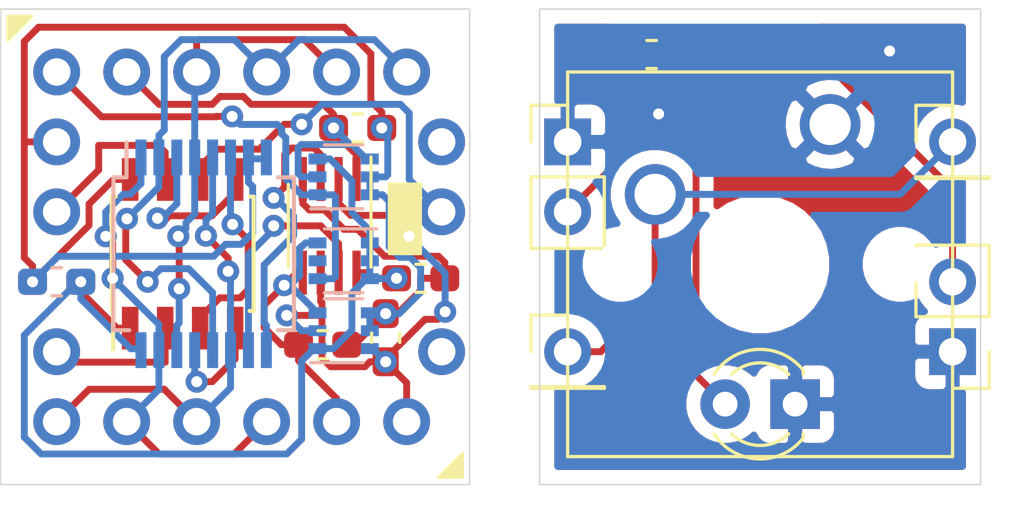
<source format=kicad_pcb>
(kicad_pcb (version 20171130) (host pcbnew 5.1.0)

  (general
    (thickness 1.6)
    (drawings 11)
    (tracks 370)
    (zones 0)
    (modules 27)
    (nets 26)
  )

  (page A4)
  (layers
    (0 F.Cu signal)
    (31 B.Cu signal)
    (32 B.Adhes user hide)
    (33 F.Adhes user hide)
    (34 B.Paste user hide)
    (35 F.Paste user hide)
    (36 B.SilkS user)
    (37 F.SilkS user)
    (38 B.Mask user hide)
    (39 F.Mask user hide)
    (40 Dwgs.User user hide)
    (41 Cmts.User user hide)
    (42 Eco1.User user hide)
    (43 Eco2.User user hide)
    (44 Edge.Cuts user)
    (45 Margin user hide)
    (46 B.CrtYd user hide)
    (47 F.CrtYd user hide)
    (48 B.Fab user hide)
    (49 F.Fab user hide)
  )

  (setup
    (last_trace_width 0.25)
    (trace_clearance 0.2)
    (zone_clearance 0.508)
    (zone_45_only no)
    (trace_min 0.2)
    (via_size 0.8)
    (via_drill 0.4)
    (via_min_size 0.4)
    (via_min_drill 0.3)
    (uvia_size 0.3)
    (uvia_drill 0.1)
    (uvias_allowed no)
    (uvia_min_size 0.2)
    (uvia_min_drill 0.1)
    (edge_width 0.05)
    (segment_width 0.2)
    (pcb_text_width 0.3)
    (pcb_text_size 1.5 1.5)
    (mod_edge_width 0.12)
    (mod_text_size 1 1)
    (mod_text_width 0.15)
    (pad_size 1.3 0.4)
    (pad_drill 0)
    (pad_to_mask_clearance 0.051)
    (solder_mask_min_width 0.25)
    (aux_axis_origin 0 0)
    (visible_elements FFFFFF7F)
    (pcbplotparams
      (layerselection 0x010fc_ffffffff)
      (usegerberextensions true)
      (usegerberattributes false)
      (usegerberadvancedattributes false)
      (creategerberjobfile false)
      (excludeedgelayer true)
      (linewidth 0.100000)
      (plotframeref false)
      (viasonmask false)
      (mode 1)
      (useauxorigin false)
      (hpglpennumber 1)
      (hpglpenspeed 20)
      (hpglpendiameter 15.000000)
      (psnegative false)
      (psa4output false)
      (plotreference true)
      (plotvalue true)
      (plotinvisibletext false)
      (padsonsilk false)
      (subtractmaskfromsilk false)
      (outputformat 1)
      (mirror false)
      (drillshape 0)
      (scaleselection 1)
      (outputdirectory ""))
  )

  (net 0 "")
  (net 1 GND)
  (net 2 +5V)
  (net 3 "Net-(U1-Pad7)")
  (net 4 "Net-(U1-Pad3)")
  (net 5 "Net-(U2-Pad6)")
  (net 6 /D)
  (net 7 /B)
  (net 8 /A)
  (net 9 /C)
  (net 10 /LED)
  (net 11 /SW)
  (net 12 /SDA)
  (net 13 /SCL)
  (net 14 /B')
  (net 15 /A')
  (net 16 /C')
  (net 17 /D')
  (net 18 /UPDI)
  (net 19 "Net-(J5-Pad1)")
  (net 20 "Net-(J6-Pad1)")
  (net 21 "Net-(D2-Pad5)")
  (net 22 /KEY_LED)
  (net 23 /KEY_GND)
  (net 24 /KEY_SW)
  (net 25 "Net-(D4-Pad2)")

  (net_class Default "This is the default net class."
    (clearance 0.2)
    (trace_width 0.25)
    (via_dia 0.8)
    (via_drill 0.4)
    (uvia_dia 0.3)
    (uvia_drill 0.1)
    (add_net +5V)
    (add_net /A)
    (add_net /A')
    (add_net /B)
    (add_net /B')
    (add_net /C)
    (add_net /C')
    (add_net /D)
    (add_net /D')
    (add_net /KEY_GND)
    (add_net /KEY_LED)
    (add_net /KEY_SW)
    (add_net /LED)
    (add_net /SCL)
    (add_net /SDA)
    (add_net /SW)
    (add_net /UPDI)
    (add_net GND)
    (add_net "Net-(D2-Pad5)")
    (add_net "Net-(D4-Pad2)")
    (add_net "Net-(J5-Pad1)")
    (add_net "Net-(J6-Pad1)")
    (add_net "Net-(U1-Pad3)")
    (add_net "Net-(U1-Pad7)")
    (add_net "Net-(U2-Pad6)")
  )

  (module Resistor_SMD:R_0603_1608Metric_Pad1.05x0.95mm_HandSolder (layer F.Cu) (tedit 5B301BBD) (tstamp 5D0FF3E6)
    (at 36.322 14.351 180)
    (descr "Resistor SMD 0603 (1608 Metric), square (rectangular) end terminal, IPC_7351 nominal with elongated pad for handsoldering. (Body size source: http://www.tortai-tech.com/upload/download/2011102023233369053.pdf), generated with kicad-footprint-generator")
    (tags "resistor handsolder")
    (path /5D24C502)
    (attr smd)
    (fp_text reference R4 (at 0 -1.43 180) (layer F.SilkS) hide
      (effects (font (size 1 1) (thickness 0.15)))
    )
    (fp_text value 100 (at 0 1.43 180) (layer F.Fab)
      (effects (font (size 1 1) (thickness 0.15)))
    )
    (fp_text user %R (at 0 0 180) (layer F.Fab)
      (effects (font (size 0.4 0.4) (thickness 0.06)))
    )
    (fp_line (start 1.65 0.73) (end -1.65 0.73) (layer F.CrtYd) (width 0.05))
    (fp_line (start 1.65 -0.73) (end 1.65 0.73) (layer F.CrtYd) (width 0.05))
    (fp_line (start -1.65 -0.73) (end 1.65 -0.73) (layer F.CrtYd) (width 0.05))
    (fp_line (start -1.65 0.73) (end -1.65 -0.73) (layer F.CrtYd) (width 0.05))
    (fp_line (start -0.171267 0.51) (end 0.171267 0.51) (layer F.SilkS) (width 0.12))
    (fp_line (start -0.171267 -0.51) (end 0.171267 -0.51) (layer F.SilkS) (width 0.12))
    (fp_line (start 0.8 0.4) (end -0.8 0.4) (layer F.Fab) (width 0.1))
    (fp_line (start 0.8 -0.4) (end 0.8 0.4) (layer F.Fab) (width 0.1))
    (fp_line (start -0.8 -0.4) (end 0.8 -0.4) (layer F.Fab) (width 0.1))
    (fp_line (start -0.8 0.4) (end -0.8 -0.4) (layer F.Fab) (width 0.1))
    (pad 2 smd roundrect (at 0.875 0 180) (size 1.05 0.95) (layers F.Cu F.Paste F.Mask) (roundrect_rratio 0.25)
      (net 22 /KEY_LED))
    (pad 1 smd roundrect (at -0.875 0 180) (size 1.05 0.95) (layers F.Cu F.Paste F.Mask) (roundrect_rratio 0.25)
      (net 25 "Net-(D4-Pad2)"))
    (model ${KISYS3DMOD}/Resistor_SMD.3dshapes/R_0603_1608Metric.wrl
      (at (xyz 0 0 0))
      (scale (xyz 1 1 1))
      (rotate (xyz 0 0 0))
    )
  )

  (module LED_THT:LED_D3.0mm (layer F.Cu) (tedit 587A3A7B) (tstamp 5D0FF5B3)
    (at 41.529 27.051 180)
    (descr "LED, diameter 3.0mm, 2 pins")
    (tags "LED diameter 3.0mm 2 pins")
    (path /5D1793C0)
    (fp_text reference D4 (at 1.27 -2.96 180) (layer F.SilkS) hide
      (effects (font (size 1 1) (thickness 0.15)))
    )
    (fp_text value LED (at 1.27 2.96 180) (layer F.Fab)
      (effects (font (size 1 1) (thickness 0.15)))
    )
    (fp_line (start 3.7 -2.25) (end -1.15 -2.25) (layer F.CrtYd) (width 0.05))
    (fp_line (start 3.7 2.25) (end 3.7 -2.25) (layer F.CrtYd) (width 0.05))
    (fp_line (start -1.15 2.25) (end 3.7 2.25) (layer F.CrtYd) (width 0.05))
    (fp_line (start -1.15 -2.25) (end -1.15 2.25) (layer F.CrtYd) (width 0.05))
    (fp_line (start -0.29 1.08) (end -0.29 1.236) (layer F.SilkS) (width 0.12))
    (fp_line (start -0.29 -1.236) (end -0.29 -1.08) (layer F.SilkS) (width 0.12))
    (fp_line (start -0.23 -1.16619) (end -0.23 1.16619) (layer F.Fab) (width 0.1))
    (fp_circle (center 1.27 0) (end 2.77 0) (layer F.Fab) (width 0.1))
    (fp_arc (start 1.27 0) (end 0.229039 1.08) (angle -87.9) (layer F.SilkS) (width 0.12))
    (fp_arc (start 1.27 0) (end 0.229039 -1.08) (angle 87.9) (layer F.SilkS) (width 0.12))
    (fp_arc (start 1.27 0) (end -0.29 1.235516) (angle -108.8) (layer F.SilkS) (width 0.12))
    (fp_arc (start 1.27 0) (end -0.29 -1.235516) (angle 108.8) (layer F.SilkS) (width 0.12))
    (fp_arc (start 1.27 0) (end -0.23 -1.16619) (angle 284.3) (layer F.Fab) (width 0.1))
    (pad 2 thru_hole circle (at 2.54 0 180) (size 1.8 1.8) (drill 0.9) (layers *.Cu *.Mask)
      (net 25 "Net-(D4-Pad2)"))
    (pad 1 thru_hole rect (at 0 0 180) (size 1.8 1.8) (drill 0.9) (layers *.Cu *.Mask)
      (net 23 /KEY_GND))
    (model ${KISYS3DMOD}/LED_THT.3dshapes/LED_D3.0mm.wrl
      (at (xyz 0 0 0))
      (scale (xyz 1 1 1))
      (rotate (xyz 0 0 0))
    )
  )

  (module Button_Switch_Keyboard:SW_Cherry_MX_1.00u_PCB (layer F.Cu) (tedit 5A02FE24) (tstamp 5D0FF4D9)
    (at 42.799 16.891)
    (descr "Cherry MX keyswitch, 1.00u, PCB mount, http://cherryamericas.com/wp-content/uploads/2014/12/mx_cat.pdf")
    (tags "Cherry MX keyswitch 1.00u PCB")
    (path /5D1ABBBD)
    (fp_text reference SW1 (at -2.54 -2.794) (layer F.SilkS) hide
      (effects (font (size 1 1) (thickness 0.15)))
    )
    (fp_text value SW_Push (at -2.54 12.954) (layer F.Fab)
      (effects (font (size 1 1) (thickness 0.15)))
    )
    (fp_line (start -9.525 12.065) (end -9.525 -1.905) (layer F.SilkS) (width 0.12))
    (fp_line (start 4.445 12.065) (end -9.525 12.065) (layer F.SilkS) (width 0.12))
    (fp_line (start 4.445 -1.905) (end 4.445 12.065) (layer F.SilkS) (width 0.12))
    (fp_line (start -9.525 -1.905) (end 4.445 -1.905) (layer F.SilkS) (width 0.12))
    (fp_line (start -12.065 14.605) (end -12.065 -4.445) (layer Dwgs.User) (width 0.15))
    (fp_line (start 6.985 14.605) (end -12.065 14.605) (layer Dwgs.User) (width 0.15))
    (fp_line (start 6.985 -4.445) (end 6.985 14.605) (layer Dwgs.User) (width 0.15))
    (fp_line (start -12.065 -4.445) (end 6.985 -4.445) (layer Dwgs.User) (width 0.15))
    (fp_line (start -9.14 -1.52) (end 4.06 -1.52) (layer F.CrtYd) (width 0.05))
    (fp_line (start 4.06 -1.52) (end 4.06 11.68) (layer F.CrtYd) (width 0.05))
    (fp_line (start 4.06 11.68) (end -9.14 11.68) (layer F.CrtYd) (width 0.05))
    (fp_line (start -9.14 11.68) (end -9.14 -1.52) (layer F.CrtYd) (width 0.05))
    (fp_line (start -8.89 11.43) (end -8.89 -1.27) (layer F.Fab) (width 0.1))
    (fp_line (start 3.81 11.43) (end -8.89 11.43) (layer F.Fab) (width 0.1))
    (fp_line (start 3.81 -1.27) (end 3.81 11.43) (layer F.Fab) (width 0.1))
    (fp_line (start -8.89 -1.27) (end 3.81 -1.27) (layer F.Fab) (width 0.1))
    (fp_text user %R (at -2.54 -2.794) (layer F.Fab)
      (effects (font (size 1 1) (thickness 0.15)))
    )
    (pad "" np_thru_hole circle (at 2.54 5.08) (size 1.7 1.7) (drill 1.7) (layers *.Cu *.Mask))
    (pad "" np_thru_hole circle (at -7.62 5.08) (size 1.7 1.7) (drill 1.7) (layers *.Cu *.Mask))
    (pad "" np_thru_hole circle (at -2.54 5.08) (size 4 4) (drill 4) (layers *.Cu *.Mask))
    (pad 2 thru_hole circle (at -6.35 2.54) (size 2.2 2.2) (drill 1.5) (layers *.Cu *.Mask)
      (net 24 /KEY_SW))
    (pad 1 thru_hole circle (at 0 0) (size 2.2 2.2) (drill 1.5) (layers *.Cu *.Mask)
      (net 23 /KEY_GND))
    (model ${KISYS3DMOD}/Button_Switch_Keyboard.3dshapes/SW_Cherry_MX_1.00u_PCB.wrl
      (at (xyz 0 0 0))
      (scale (xyz 1 1 1))
      (rotate (xyz 0 0 0))
    )
  )

  (module Connector_PinHeader_2.54mm:PinHeader_1x02_P2.54mm_Vertical (layer F.Cu) (tedit 59FED5CC) (tstamp 5D0FF523)
    (at 47.244 25.146 180)
    (descr "Through hole straight pin header, 1x02, 2.54mm pitch, single row")
    (tags "Through hole pin header THT 1x02 2.54mm single row")
    (path /5D19BCD9)
    (fp_text reference J12 (at 0 -2.33 180) (layer F.SilkS) hide
      (effects (font (size 1 1) (thickness 0.15)))
    )
    (fp_text value Conn_01x02_Male (at 0 4.87 180) (layer F.Fab)
      (effects (font (size 1 1) (thickness 0.15)))
    )
    (fp_text user %R (at 0 1.27 270) (layer F.Fab)
      (effects (font (size 1 1) (thickness 0.15)))
    )
    (fp_line (start 1.8 -1.8) (end -1.8 -1.8) (layer F.CrtYd) (width 0.05))
    (fp_line (start 1.8 4.35) (end 1.8 -1.8) (layer F.CrtYd) (width 0.05))
    (fp_line (start -1.8 4.35) (end 1.8 4.35) (layer F.CrtYd) (width 0.05))
    (fp_line (start -1.8 -1.8) (end -1.8 4.35) (layer F.CrtYd) (width 0.05))
    (fp_line (start -1.33 -1.33) (end 0 -1.33) (layer F.SilkS) (width 0.12))
    (fp_line (start -1.33 0) (end -1.33 -1.33) (layer F.SilkS) (width 0.12))
    (fp_line (start -1.33 1.27) (end 1.33 1.27) (layer F.SilkS) (width 0.12))
    (fp_line (start 1.33 1.27) (end 1.33 3.87) (layer F.SilkS) (width 0.12))
    (fp_line (start -1.33 1.27) (end -1.33 3.87) (layer F.SilkS) (width 0.12))
    (fp_line (start -1.33 3.87) (end 1.33 3.87) (layer F.SilkS) (width 0.12))
    (fp_line (start -1.27 -0.635) (end -0.635 -1.27) (layer F.Fab) (width 0.1))
    (fp_line (start -1.27 3.81) (end -1.27 -0.635) (layer F.Fab) (width 0.1))
    (fp_line (start 1.27 3.81) (end -1.27 3.81) (layer F.Fab) (width 0.1))
    (fp_line (start 1.27 -1.27) (end 1.27 3.81) (layer F.Fab) (width 0.1))
    (fp_line (start -0.635 -1.27) (end 1.27 -1.27) (layer F.Fab) (width 0.1))
    (pad 2 thru_hole oval (at 0 2.54 180) (size 1.7 1.7) (drill 1) (layers *.Cu *.Mask)
      (net 22 /KEY_LED))
    (pad 1 thru_hole rect (at 0 0 180) (size 1.7 1.7) (drill 1) (layers *.Cu *.Mask)
      (net 23 /KEY_GND))
    (model ${KISYS3DMOD}/Connector_PinHeader_2.54mm.3dshapes/PinHeader_1x02_P2.54mm_Vertical.wrl
      (at (xyz 0 0 0))
      (scale (xyz 1 1 1))
      (rotate (xyz 0 0 0))
    )
  )

  (module Connector_PinHeader_2.54mm:PinHeader_1x01_P2.54mm_Vertical (layer F.Cu) (tedit 5D0F57B2) (tstamp 5D0FF498)
    (at 47.244 17.526)
    (descr "Through hole straight pin header, 1x01, 2.54mm pitch, single row")
    (tags "Through hole pin header THT 1x01 2.54mm single row")
    (path /5D19BCD3)
    (fp_text reference J11 (at 0 -2.33) (layer F.SilkS) hide
      (effects (font (size 1 1) (thickness 0.15)))
    )
    (fp_text value Conn_01x01_Male (at 0 2.33) (layer F.Fab)
      (effects (font (size 1 1) (thickness 0.15)))
    )
    (fp_text user %R (at 0 0 90) (layer F.Fab)
      (effects (font (size 1 1) (thickness 0.15)))
    )
    (fp_line (start 1.8 -1.8) (end -1.8 -1.8) (layer F.CrtYd) (width 0.05))
    (fp_line (start 1.8 1.8) (end 1.8 -1.8) (layer F.CrtYd) (width 0.05))
    (fp_line (start -1.8 1.8) (end 1.8 1.8) (layer F.CrtYd) (width 0.05))
    (fp_line (start -1.8 -1.8) (end -1.8 1.8) (layer F.CrtYd) (width 0.05))
    (fp_line (start -1.33 -1.33) (end 0 -1.33) (layer F.SilkS) (width 0.12))
    (fp_line (start -1.33 0) (end -1.33 -1.33) (layer F.SilkS) (width 0.12))
    (fp_line (start -1.33 1.27) (end 1.33 1.27) (layer F.SilkS) (width 0.12))
    (fp_line (start 1.33 1.27) (end 1.33 1.33) (layer F.SilkS) (width 0.12))
    (fp_line (start -1.33 1.27) (end -1.33 1.33) (layer F.SilkS) (width 0.12))
    (fp_line (start -1.33 1.33) (end 1.33 1.33) (layer F.SilkS) (width 0.12))
    (fp_line (start -1.27 -0.635) (end -0.635 -1.27) (layer F.Fab) (width 0.1))
    (fp_line (start -1.27 1.27) (end -1.27 -0.635) (layer F.Fab) (width 0.1))
    (fp_line (start 1.27 1.27) (end -1.27 1.27) (layer F.Fab) (width 0.1))
    (fp_line (start 1.27 -1.27) (end 1.27 1.27) (layer F.Fab) (width 0.1))
    (fp_line (start -0.635 -1.27) (end 1.27 -1.27) (layer F.Fab) (width 0.1))
    (pad 1 thru_hole circle (at 0 0) (size 1.7 1.7) (drill 1) (layers *.Cu *.Mask)
      (net 24 /KEY_SW))
    (model ${KISYS3DMOD}/Connector_PinHeader_2.54mm.3dshapes/PinHeader_1x01_P2.54mm_Vertical.wrl
      (at (xyz 0 0 0))
      (scale (xyz 1 1 1))
      (rotate (xyz 0 0 0))
    )
  )

  (module Connector_PinHeader_2.54mm:PinHeader_1x02_P2.54mm_Vertical (layer F.Cu) (tedit 59FED5CC) (tstamp 5D0FF45A)
    (at 33.274 17.526)
    (descr "Through hole straight pin header, 1x02, 2.54mm pitch, single row")
    (tags "Through hole pin header THT 1x02 2.54mm single row")
    (path /5D13CC6C)
    (fp_text reference J10 (at 0 -2.33) (layer F.SilkS) hide
      (effects (font (size 1 1) (thickness 0.15)))
    )
    (fp_text value Conn_01x02_Male (at 0 4.87) (layer F.Fab)
      (effects (font (size 1 1) (thickness 0.15)))
    )
    (fp_text user %R (at 0 1.27 90) (layer F.Fab)
      (effects (font (size 1 1) (thickness 0.15)))
    )
    (fp_line (start 1.8 -1.8) (end -1.8 -1.8) (layer F.CrtYd) (width 0.05))
    (fp_line (start 1.8 4.35) (end 1.8 -1.8) (layer F.CrtYd) (width 0.05))
    (fp_line (start -1.8 4.35) (end 1.8 4.35) (layer F.CrtYd) (width 0.05))
    (fp_line (start -1.8 -1.8) (end -1.8 4.35) (layer F.CrtYd) (width 0.05))
    (fp_line (start -1.33 -1.33) (end 0 -1.33) (layer F.SilkS) (width 0.12))
    (fp_line (start -1.33 0) (end -1.33 -1.33) (layer F.SilkS) (width 0.12))
    (fp_line (start -1.33 1.27) (end 1.33 1.27) (layer F.SilkS) (width 0.12))
    (fp_line (start 1.33 1.27) (end 1.33 3.87) (layer F.SilkS) (width 0.12))
    (fp_line (start -1.33 1.27) (end -1.33 3.87) (layer F.SilkS) (width 0.12))
    (fp_line (start -1.33 3.87) (end 1.33 3.87) (layer F.SilkS) (width 0.12))
    (fp_line (start -1.27 -0.635) (end -0.635 -1.27) (layer F.Fab) (width 0.1))
    (fp_line (start -1.27 3.81) (end -1.27 -0.635) (layer F.Fab) (width 0.1))
    (fp_line (start 1.27 3.81) (end -1.27 3.81) (layer F.Fab) (width 0.1))
    (fp_line (start 1.27 -1.27) (end 1.27 3.81) (layer F.Fab) (width 0.1))
    (fp_line (start -0.635 -1.27) (end 1.27 -1.27) (layer F.Fab) (width 0.1))
    (pad 2 thru_hole oval (at 0 2.54) (size 1.7 1.7) (drill 1) (layers *.Cu *.Mask)
      (net 22 /KEY_LED))
    (pad 1 thru_hole rect (at 0 0) (size 1.7 1.7) (drill 1) (layers *.Cu *.Mask)
      (net 23 /KEY_GND))
    (model ${KISYS3DMOD}/Connector_PinHeader_2.54mm.3dshapes/PinHeader_1x02_P2.54mm_Vertical.wrl
      (at (xyz 0 0 0))
      (scale (xyz 1 1 1))
      (rotate (xyz 0 0 0))
    )
  )

  (module Connector_PinHeader_2.54mm:PinHeader_1x01_P2.54mm_Vertical (layer F.Cu) (tedit 5D0F57A9) (tstamp 5D0FF41D)
    (at 33.274 25.146)
    (descr "Through hole straight pin header, 1x01, 2.54mm pitch, single row")
    (tags "Through hole pin header THT 1x01 2.54mm single row")
    (path /5D13C140)
    (fp_text reference J9 (at 0 -2.33) (layer F.SilkS) hide
      (effects (font (size 1 1) (thickness 0.15)))
    )
    (fp_text value Conn_01x01_Male (at 0 2.33) (layer F.Fab)
      (effects (font (size 1 1) (thickness 0.15)))
    )
    (fp_text user %R (at 0 0 90) (layer F.Fab)
      (effects (font (size 1 1) (thickness 0.15)))
    )
    (fp_line (start 1.8 -1.8) (end -1.8 -1.8) (layer F.CrtYd) (width 0.05))
    (fp_line (start 1.8 1.8) (end 1.8 -1.8) (layer F.CrtYd) (width 0.05))
    (fp_line (start -1.8 1.8) (end 1.8 1.8) (layer F.CrtYd) (width 0.05))
    (fp_line (start -1.8 -1.8) (end -1.8 1.8) (layer F.CrtYd) (width 0.05))
    (fp_line (start -1.33 -1.33) (end 0 -1.33) (layer F.SilkS) (width 0.12))
    (fp_line (start -1.33 0) (end -1.33 -1.33) (layer F.SilkS) (width 0.12))
    (fp_line (start -1.33 1.27) (end 1.33 1.27) (layer F.SilkS) (width 0.12))
    (fp_line (start 1.33 1.27) (end 1.33 1.33) (layer F.SilkS) (width 0.12))
    (fp_line (start -1.33 1.27) (end -1.33 1.33) (layer F.SilkS) (width 0.12))
    (fp_line (start -1.33 1.33) (end 1.33 1.33) (layer F.SilkS) (width 0.12))
    (fp_line (start -1.27 -0.635) (end -0.635 -1.27) (layer F.Fab) (width 0.1))
    (fp_line (start -1.27 1.27) (end -1.27 -0.635) (layer F.Fab) (width 0.1))
    (fp_line (start 1.27 1.27) (end -1.27 1.27) (layer F.Fab) (width 0.1))
    (fp_line (start 1.27 -1.27) (end 1.27 1.27) (layer F.Fab) (width 0.1))
    (fp_line (start -0.635 -1.27) (end 1.27 -1.27) (layer F.Fab) (width 0.1))
    (pad 1 thru_hole circle (at 0 0) (size 1.7 1.7) (drill 1) (layers *.Cu *.Mask)
      (net 24 /KEY_SW))
    (model ${KISYS3DMOD}/Connector_PinHeader_2.54mm.3dshapes/PinHeader_1x01_P2.54mm_Vertical.wrl
      (at (xyz 0 0 0))
      (scale (xyz 1 1 1))
      (rotate (xyz 0 0 0))
    )
  )

  (module Connector_PinHeader_2.54mm:PinHeader_1x04_P2.54mm_Vertical (layer B.Cu) (tedit 5D0F418C) (tstamp 5CF0414B)
    (at 19.812 14.986 270)
    (descr "Through hole straight pin header, 1x04, 2.54mm pitch, single row")
    (tags "Through hole pin header THT 1x04 2.54mm single row")
    (path /5CF57D97)
    (fp_text reference J7 (at 0 2.33 270) (layer B.SilkS) hide
      (effects (font (size 1 1) (thickness 0.15)) (justify mirror))
    )
    (fp_text value Conn_01x04_Male (at 0 -9.95 270) (layer B.Fab)
      (effects (font (size 1 1) (thickness 0.15)) (justify mirror))
    )
    (fp_text user %R (at 0 -3.81 180) (layer B.Fab)
      (effects (font (size 1 1) (thickness 0.15)) (justify mirror))
    )
    (fp_line (start 1.8 1.8) (end -1.8 1.8) (layer B.CrtYd) (width 0.05))
    (fp_line (start 1.8 -9.4) (end 1.8 1.8) (layer B.CrtYd) (width 0.05))
    (fp_line (start -1.8 -9.4) (end 1.8 -9.4) (layer B.CrtYd) (width 0.05))
    (fp_line (start -1.8 1.8) (end -1.8 -9.4) (layer B.CrtYd) (width 0.05))
    (fp_line (start -1.27 0.635) (end -0.635 1.27) (layer B.Fab) (width 0.1))
    (fp_line (start -1.27 -8.89) (end -1.27 0.635) (layer B.Fab) (width 0.1))
    (fp_line (start 1.27 -8.89) (end -1.27 -8.89) (layer B.Fab) (width 0.1))
    (fp_line (start 1.27 1.27) (end 1.27 -8.89) (layer B.Fab) (width 0.1))
    (fp_line (start -0.635 1.27) (end 1.27 1.27) (layer B.Fab) (width 0.1))
    (pad 4 thru_hole oval (at 0 -7.62 270) (size 1.7 1.7) (drill 1) (layers *.Cu *.Mask)
      (net 14 /B'))
    (pad 3 thru_hole oval (at 0 -5.08 270) (size 1.7 1.7) (drill 1) (layers *.Cu *.Mask)
      (net 15 /A'))
    (pad 2 thru_hole oval (at 0 -2.54 270) (size 1.7 1.7) (drill 1) (layers *.Cu *.Mask)
      (net 14 /B'))
    (pad 1 thru_hole circle (at 0 0 270) (size 1.7 1.7) (drill 1) (layers *.Cu *.Mask)
      (net 15 /A'))
    (model ${KISYS3DMOD}/Connector_PinHeader_2.54mm.3dshapes/PinHeader_1x04_P2.54mm_Vertical.wrl
      (at (xyz 0 0 0))
      (scale (xyz 1 1 1))
      (rotate (xyz 0 0 0))
    )
  )

  (module Connector_PinHeader_2.54mm:PinHeader_1x02_P2.54mm_Vertical (layer B.Cu) (tedit 5D0F4177) (tstamp 5CF0500E)
    (at 27.432 27.686 90)
    (descr "Through hole straight pin header, 1x02, 2.54mm pitch, single row")
    (tags "Through hole pin header THT 1x02 2.54mm single row")
    (path /5CF0F801)
    (fp_text reference J2 (at 0 2.33 90) (layer B.SilkS) hide
      (effects (font (size 1 1) (thickness 0.15)) (justify mirror))
    )
    (fp_text value Conn_01x02_Male (at 0 -4.87 90) (layer B.Fab)
      (effects (font (size 1 1) (thickness 0.15)) (justify mirror))
    )
    (fp_line (start -0.635 1.27) (end 1.27 1.27) (layer B.Fab) (width 0.1))
    (fp_line (start 1.27 1.27) (end 1.27 -3.81) (layer B.Fab) (width 0.1))
    (fp_line (start 1.27 -3.81) (end -1.27 -3.81) (layer B.Fab) (width 0.1))
    (fp_line (start -1.27 -3.81) (end -1.27 0.635) (layer B.Fab) (width 0.1))
    (fp_line (start -1.27 0.635) (end -0.635 1.27) (layer B.Fab) (width 0.1))
    (fp_line (start -1.8 1.8) (end -1.8 -4.35) (layer B.CrtYd) (width 0.05))
    (fp_line (start -1.8 -4.35) (end 1.8 -4.35) (layer B.CrtYd) (width 0.05))
    (fp_line (start 1.8 -4.35) (end 1.8 1.8) (layer B.CrtYd) (width 0.05))
    (fp_line (start 1.8 1.8) (end -1.8 1.8) (layer B.CrtYd) (width 0.05))
    (fp_text user %R (at 0 -1.27) (layer B.Fab)
      (effects (font (size 1 1) (thickness 0.15)) (justify mirror))
    )
    (pad 1 thru_hole circle (at 0 0 90) (size 1.7 1.7) (drill 1) (layers *.Cu *.Mask)
      (net 6 /D))
    (pad 2 thru_hole oval (at 0 -2.54 90) (size 1.7 1.7) (drill 1) (layers *.Cu *.Mask)
      (net 9 /C))
    (model ${KISYS3DMOD}/Connector_PinHeader_2.54mm.3dshapes/PinHeader_1x02_P2.54mm_Vertical.wrl
      (at (xyz 0 0 0))
      (scale (xyz 1 1 1))
      (rotate (xyz 0 0 0))
    )
  )

  (module Connector_PinHeader_2.54mm:PinHeader_1x02_P2.54mm_Vertical (layer B.Cu) (tedit 5D0F4169) (tstamp 5CF040C9)
    (at 14.732 14.986 270)
    (descr "Through hole straight pin header, 1x02, 2.54mm pitch, single row")
    (tags "Through hole pin header THT 1x02 2.54mm single row")
    (path /5CF0386A)
    (fp_text reference J1 (at 0 2.33 270) (layer B.SilkS) hide
      (effects (font (size 1 1) (thickness 0.15)) (justify mirror))
    )
    (fp_text value Conn_01x02_Male (at 0 -4.87 270) (layer B.Fab)
      (effects (font (size 1 1) (thickness 0.15)) (justify mirror))
    )
    (fp_line (start -0.635 1.27) (end 1.27 1.27) (layer B.Fab) (width 0.1))
    (fp_line (start 1.27 1.27) (end 1.27 -3.81) (layer B.Fab) (width 0.1))
    (fp_line (start 1.27 -3.81) (end -1.27 -3.81) (layer B.Fab) (width 0.1))
    (fp_line (start -1.27 -3.81) (end -1.27 0.635) (layer B.Fab) (width 0.1))
    (fp_line (start -1.27 0.635) (end -0.635 1.27) (layer B.Fab) (width 0.1))
    (fp_line (start -1.8 1.8) (end -1.8 -4.35) (layer B.CrtYd) (width 0.05))
    (fp_line (start -1.8 -4.35) (end 1.8 -4.35) (layer B.CrtYd) (width 0.05))
    (fp_line (start 1.8 -4.35) (end 1.8 1.8) (layer B.CrtYd) (width 0.05))
    (fp_line (start 1.8 1.8) (end -1.8 1.8) (layer B.CrtYd) (width 0.05))
    (fp_text user %R (at 0 -1.27 180) (layer B.Fab)
      (effects (font (size 1 1) (thickness 0.15)) (justify mirror))
    )
    (pad 1 thru_hole circle (at 0 0 270) (size 1.7 1.7) (drill 1) (layers *.Cu *.Mask)
      (net 8 /A))
    (pad 2 thru_hole oval (at 0 -2.54 270) (size 1.7 1.7) (drill 1) (layers *.Cu *.Mask)
      (net 7 /B))
    (model ${KISYS3DMOD}/Connector_PinHeader_2.54mm.3dshapes/PinHeader_1x02_P2.54mm_Vertical.wrl
      (at (xyz 0 0 0))
      (scale (xyz 1 1 1))
      (rotate (xyz 0 0 0))
    )
  )

  (module Connector_PinSocket_2.54mm:PinSocket_1x01_P2.54mm_Vertical (layer F.Cu) (tedit 5D0F4147) (tstamp 5CF040F3)
    (at 14.732 25.146)
    (descr "Through hole straight socket strip, 1x01, 2.54mm pitch, single row (from Kicad 4.0.7), script generated")
    (tags "Through hole socket strip THT 1x01 2.54mm single row")
    (path /5D10B92E)
    (fp_text reference J3 (at 0 -2.77) (layer F.SilkS) hide
      (effects (font (size 1 1) (thickness 0.15)))
    )
    (fp_text value Conn_01x01_Female (at 0 2.77) (layer F.Fab)
      (effects (font (size 1 1) (thickness 0.15)))
    )
    (fp_text user %R (at 0 0) (layer F.Fab)
      (effects (font (size 1 1) (thickness 0.15)))
    )
    (fp_line (start -1.8 1.75) (end -1.8 -1.8) (layer F.CrtYd) (width 0.05))
    (fp_line (start 1.75 1.75) (end -1.8 1.75) (layer F.CrtYd) (width 0.05))
    (fp_line (start 1.75 -1.8) (end 1.75 1.75) (layer F.CrtYd) (width 0.05))
    (fp_line (start -1.8 -1.8) (end 1.75 -1.8) (layer F.CrtYd) (width 0.05))
    (fp_line (start -1.27 1.27) (end -1.27 -1.27) (layer F.Fab) (width 0.1))
    (fp_line (start 1.27 1.27) (end -1.27 1.27) (layer F.Fab) (width 0.1))
    (fp_line (start 1.27 -0.635) (end 1.27 1.27) (layer F.Fab) (width 0.1))
    (fp_line (start 0.635 -1.27) (end 1.27 -0.635) (layer F.Fab) (width 0.1))
    (fp_line (start -1.27 -1.27) (end 0.635 -1.27) (layer F.Fab) (width 0.1))
    (pad 1 thru_hole circle (at 0 0) (size 1.7 1.7) (drill 1) (layers *.Cu *.Mask)
      (net 11 /SW))
    (model ${KISYS3DMOD}/Connector_PinSocket_2.54mm.3dshapes/PinSocket_1x01_P2.54mm_Vertical.wrl
      (at (xyz 0 0 0))
      (scale (xyz 1 1 1))
      (rotate (xyz 0 0 0))
    )
  )

  (module Connector_PinHeader_2.54mm:PinHeader_1x04_P2.54mm_Vertical (layer B.Cu) (tedit 5D0F410C) (tstamp 5CF04163)
    (at 22.352 27.686 90)
    (descr "Through hole straight pin header, 1x04, 2.54mm pitch, single row")
    (tags "Through hole pin header THT 1x04 2.54mm single row")
    (path /5CF286CB)
    (fp_text reference J8 (at 0 2.33 90) (layer B.SilkS) hide
      (effects (font (size 1 1) (thickness 0.15)) (justify mirror))
    )
    (fp_text value Conn_01x04_Male (at 0 -9.95 90) (layer B.Fab)
      (effects (font (size 1 1) (thickness 0.15)) (justify mirror))
    )
    (fp_line (start -0.635 1.27) (end 1.27 1.27) (layer B.Fab) (width 0.1))
    (fp_line (start 1.27 1.27) (end 1.27 -8.89) (layer B.Fab) (width 0.1))
    (fp_line (start 1.27 -8.89) (end -1.27 -8.89) (layer B.Fab) (width 0.1))
    (fp_line (start -1.27 -8.89) (end -1.27 0.635) (layer B.Fab) (width 0.1))
    (fp_line (start -1.27 0.635) (end -0.635 1.27) (layer B.Fab) (width 0.1))
    (fp_line (start -1.8 1.8) (end -1.8 -9.4) (layer B.CrtYd) (width 0.05))
    (fp_line (start -1.8 -9.4) (end 1.8 -9.4) (layer B.CrtYd) (width 0.05))
    (fp_line (start 1.8 -9.4) (end 1.8 1.8) (layer B.CrtYd) (width 0.05))
    (fp_line (start 1.8 1.8) (end -1.8 1.8) (layer B.CrtYd) (width 0.05))
    (fp_text user %R (at 0 -3.81) (layer B.Fab)
      (effects (font (size 1 1) (thickness 0.15)) (justify mirror))
    )
    (pad 1 thru_hole circle (at 0 0 90) (size 1.7 1.7) (drill 1) (layers *.Cu *.Mask)
      (net 17 /D'))
    (pad 2 thru_hole oval (at 0 -2.54 90) (size 1.7 1.7) (drill 1) (layers *.Cu *.Mask)
      (net 16 /C'))
    (pad 3 thru_hole oval (at 0 -5.08 90) (size 1.7 1.7) (drill 1) (layers *.Cu *.Mask)
      (net 17 /D'))
    (pad 4 thru_hole oval (at 0 -7.62 90) (size 1.7 1.7) (drill 1) (layers *.Cu *.Mask)
      (net 16 /C'))
    (model ${KISYS3DMOD}/Connector_PinHeader_2.54mm.3dshapes/PinHeader_1x04_P2.54mm_Vertical.wrl
      (at (xyz 0 0 0))
      (scale (xyz 1 1 1))
      (rotate (xyz 0 0 0))
    )
  )

  (module Connector_PinSocket_2.54mm:PinSocket_1x01_P2.54mm_Vertical (layer F.Cu) (tedit 5D0F40F5) (tstamp 5D0FF5F4)
    (at 28.702 25.146 180)
    (descr "Through hole straight socket strip, 1x01, 2.54mm pitch, single row (from Kicad 4.0.7), script generated")
    (tags "Through hole socket strip THT 1x01 2.54mm single row")
    (path /5D10CCEA)
    (fp_text reference J6 (at 0 -2.77 180) (layer F.SilkS) hide
      (effects (font (size 1 1) (thickness 0.15)))
    )
    (fp_text value Conn_01x01_Female (at 0 2.77 180) (layer F.Fab)
      (effects (font (size 1 1) (thickness 0.15)))
    )
    (fp_text user %R (at 0 0 180) (layer F.Fab)
      (effects (font (size 1 1) (thickness 0.15)))
    )
    (fp_line (start -1.8 1.75) (end -1.8 -1.8) (layer F.CrtYd) (width 0.05))
    (fp_line (start 1.75 1.75) (end -1.8 1.75) (layer F.CrtYd) (width 0.05))
    (fp_line (start 1.75 -1.8) (end 1.75 1.75) (layer F.CrtYd) (width 0.05))
    (fp_line (start -1.8 -1.8) (end 1.75 -1.8) (layer F.CrtYd) (width 0.05))
    (fp_line (start -1.27 1.27) (end -1.27 -1.27) (layer F.Fab) (width 0.1))
    (fp_line (start 1.27 1.27) (end -1.27 1.27) (layer F.Fab) (width 0.1))
    (fp_line (start 1.27 -0.635) (end 1.27 1.27) (layer F.Fab) (width 0.1))
    (fp_line (start 0.635 -1.27) (end 1.27 -0.635) (layer F.Fab) (width 0.1))
    (fp_line (start -1.27 -1.27) (end 0.635 -1.27) (layer F.Fab) (width 0.1))
    (pad 1 thru_hole circle (at 0 0 180) (size 1.7 1.7) (drill 1) (layers *.Cu *.Mask)
      (net 20 "Net-(J6-Pad1)"))
    (model ${KISYS3DMOD}/Connector_PinSocket_2.54mm.3dshapes/PinSocket_1x01_P2.54mm_Vertical.wrl
      (at (xyz 0 0 0))
      (scale (xyz 1 1 1))
      (rotate (xyz 0 0 0))
    )
  )

  (module Connector_PinSocket_2.54mm:PinSocket_1x02_P2.54mm_Vertical (layer F.Cu) (tedit 5D0F40CC) (tstamp 5CF04109)
    (at 14.732 17.526)
    (descr "Through hole straight socket strip, 1x02, 2.54mm pitch, single row (from Kicad 4.0.7), script generated")
    (tags "Through hole socket strip THT 1x02 2.54mm single row")
    (path /5D10AEE9)
    (fp_text reference J4 (at 0 -2.77) (layer F.SilkS) hide
      (effects (font (size 1 1) (thickness 0.15)))
    )
    (fp_text value Conn_01x02_Female (at 0 5.31) (layer F.Fab)
      (effects (font (size 1 1) (thickness 0.15)))
    )
    (fp_text user %R (at 0 1.27 90) (layer F.Fab)
      (effects (font (size 1 1) (thickness 0.15)))
    )
    (fp_line (start -1.8 4.3) (end -1.8 -1.8) (layer F.CrtYd) (width 0.05))
    (fp_line (start 1.75 4.3) (end -1.8 4.3) (layer F.CrtYd) (width 0.05))
    (fp_line (start 1.75 -1.8) (end 1.75 4.3) (layer F.CrtYd) (width 0.05))
    (fp_line (start -1.8 -1.8) (end 1.75 -1.8) (layer F.CrtYd) (width 0.05))
    (fp_line (start -1.27 3.81) (end -1.27 -1.27) (layer F.Fab) (width 0.1))
    (fp_line (start 1.27 3.81) (end -1.27 3.81) (layer F.Fab) (width 0.1))
    (fp_line (start 1.27 -0.635) (end 1.27 3.81) (layer F.Fab) (width 0.1))
    (fp_line (start 0.635 -1.27) (end 1.27 -0.635) (layer F.Fab) (width 0.1))
    (fp_line (start -1.27 -1.27) (end 0.635 -1.27) (layer F.Fab) (width 0.1))
    (pad 2 thru_hole oval (at 0 2.54) (size 1.7 1.7) (drill 1) (layers *.Cu *.Mask)
      (net 10 /LED))
    (pad 1 thru_hole circle (at 0 0) (size 1.7 1.7) (drill 1) (layers *.Cu *.Mask)
      (net 1 GND))
    (model ${KISYS3DMOD}/Connector_PinSocket_2.54mm.3dshapes/PinSocket_1x02_P2.54mm_Vertical.wrl
      (at (xyz 0 0 0))
      (scale (xyz 1 1 1))
      (rotate (xyz 0 0 0))
    )
  )

  (module Connector_PinSocket_2.54mm:PinSocket_1x02_P2.54mm_Vertical (layer F.Cu) (tedit 5D0F40AA) (tstamp 5D0FF57D)
    (at 28.702 17.526)
    (descr "Through hole straight socket strip, 1x02, 2.54mm pitch, single row (from Kicad 4.0.7), script generated")
    (tags "Through hole socket strip THT 1x02 2.54mm single row")
    (path /5D10CCE4)
    (fp_text reference J5 (at 0 -2.77) (layer F.SilkS) hide
      (effects (font (size 1 1) (thickness 0.15)))
    )
    (fp_text value Conn_01x02_Female (at 0 5.31) (layer F.Fab)
      (effects (font (size 1 1) (thickness 0.15)))
    )
    (fp_line (start -1.27 -1.27) (end 0.635 -1.27) (layer F.Fab) (width 0.1))
    (fp_line (start 0.635 -1.27) (end 1.27 -0.635) (layer F.Fab) (width 0.1))
    (fp_line (start 1.27 -0.635) (end 1.27 3.81) (layer F.Fab) (width 0.1))
    (fp_line (start 1.27 3.81) (end -1.27 3.81) (layer F.Fab) (width 0.1))
    (fp_line (start -1.27 3.81) (end -1.27 -1.27) (layer F.Fab) (width 0.1))
    (fp_line (start -1.8 -1.8) (end 1.75 -1.8) (layer F.CrtYd) (width 0.05))
    (fp_line (start 1.75 -1.8) (end 1.75 4.3) (layer F.CrtYd) (width 0.05))
    (fp_line (start 1.75 4.3) (end -1.8 4.3) (layer F.CrtYd) (width 0.05))
    (fp_line (start -1.8 4.3) (end -1.8 -1.8) (layer F.CrtYd) (width 0.05))
    (fp_text user %R (at 0 1.27 90) (layer F.Fab)
      (effects (font (size 1 1) (thickness 0.15)))
    )
    (pad 1 thru_hole circle (at 0 0) (size 1.7 1.7) (drill 1) (layers *.Cu *.Mask)
      (net 19 "Net-(J5-Pad1)"))
    (pad 2 thru_hole oval (at 0 2.54) (size 1.7 1.7) (drill 1) (layers *.Cu *.Mask)
      (net 18 /UPDI))
    (model ${KISYS3DMOD}/Connector_PinSocket_2.54mm.3dshapes/PinSocket_1x02_P2.54mm_Vertical.wrl
      (at (xyz 0 0 0))
      (scale (xyz 1 1 1))
      (rotate (xyz 0 0 0))
    )
  )

  (module Package_SO:SSOP-8_2.95x2.8mm_P0.65mm (layer F.Cu) (tedit 5A02F25C) (tstamp 5CF04DAD)
    (at 24.638 20.574 270)
    (descr "SSOP-8 2.9 x2.8mm Pitch 0.65mm")
    (tags "SSOP-8 2.95x2.8mm Pitch 0.65mm")
    (path /5CE0B962)
    (attr smd)
    (fp_text reference U1 (at 0 -2.4 270) (layer F.SilkS) hide
      (effects (font (size 1 1) (thickness 0.15)))
    )
    (fp_text value 74LVC2G32 (at 0 2.6 270) (layer F.Fab)
      (effects (font (size 1 1) (thickness 0.15)))
    )
    (fp_text user %R (at 0 0 270) (layer F.Fab)
      (effects (font (size 0.6 0.6) (thickness 0.15)))
    )
    (fp_line (start 1.475 -1.4) (end 1.475 1.4) (layer F.Fab) (width 0.1))
    (fp_line (start 1.475 1.4) (end -1.475 1.4) (layer F.Fab) (width 0.1))
    (fp_line (start -1.475 1.4) (end -1.475 -0.7) (layer F.Fab) (width 0.1))
    (fp_line (start -0.475 -1.4) (end 1.475 -1.4) (layer F.Fab) (width 0.1))
    (fp_line (start -0.475 -1.4) (end -1.475 -0.7) (layer F.Fab) (width 0.1))
    (fp_line (start 1.5 -1.5) (end -2.5 -1.5) (layer F.SilkS) (width 0.12))
    (fp_line (start 1.5 1.5) (end -1.5 1.5) (layer F.SilkS) (width 0.12))
    (fp_line (start 2.75 -1.65) (end 2.75 1.65) (layer F.CrtYd) (width 0.05))
    (fp_line (start 2.75 1.65) (end -2.75 1.65) (layer F.CrtYd) (width 0.05))
    (fp_line (start -2.75 1.65) (end -2.75 -1.65) (layer F.CrtYd) (width 0.05))
    (fp_line (start -2.75 -1.65) (end 2.75 -1.65) (layer F.CrtYd) (width 0.05))
    (pad 8 smd rect (at 1.7 -0.975 180) (size 0.3 1.6) (layers F.Cu F.Paste F.Mask)
      (net 2 +5V))
    (pad 7 smd rect (at 1.7 -0.325 180) (size 0.3 1.6) (layers F.Cu F.Paste F.Mask)
      (net 3 "Net-(U1-Pad7)"))
    (pad 6 smd rect (at 1.7 0.325 180) (size 0.3 1.6) (layers F.Cu F.Paste F.Mask)
      (net 6 /D))
    (pad 5 smd rect (at 1.7 0.975 180) (size 0.3 1.6) (layers F.Cu F.Paste F.Mask)
      (net 9 /C))
    (pad 4 smd rect (at -1.7 0.975 180) (size 0.3 1.6) (layers F.Cu F.Paste F.Mask)
      (net 1 GND))
    (pad 3 smd rect (at -1.7 0.325 180) (size 0.3 1.6) (layers F.Cu F.Paste F.Mask)
      (net 4 "Net-(U1-Pad3)"))
    (pad 2 smd rect (at -1.7 -0.325 180) (size 0.3 1.6) (layers F.Cu F.Paste F.Mask)
      (net 6 /D))
    (pad 1 smd rect (at -1.7 -0.975 180) (size 0.3 1.6) (layers F.Cu F.Paste F.Mask)
      (net 7 /B))
    (model ${KISYS3DMOD}/Package_SO.3dshapes/SSOP-8_2.95x2.8mm_P0.65mm.wrl
      (at (xyz 0 0 0))
      (scale (xyz 1 1 1))
      (rotate (xyz 0 0 0))
    )
  )

  (module Package_SO:SSOP-16_5.3x6.2mm_P0.65mm (layer B.Cu) (tedit 5D824E3E) (tstamp 5D0BDF12)
    (at 20.066 21.59 270)
    (descr "SSOP16: plastic shrink small outline package; 16 leads; body width 5.3 mm; (see NXP SSOP-TSSOP-VSO-REFLOW.pdf and sot338-1_po.pdf)")
    (tags "SSOP 0.65")
    (path /5CE0D12E)
    (attr smd)
    (fp_text reference U2 (at 0 4.2 270) (layer B.SilkS) hide
      (effects (font (size 1 1) (thickness 0.15)) (justify mirror))
    )
    (fp_text value CD4052B (at 0 -4.2 270) (layer B.Fab)
      (effects (font (size 1 1) (thickness 0.15)) (justify mirror))
    )
    (fp_text user %R (at 0 0 270) (layer B.Fab)
      (effects (font (size 0.8 0.8) (thickness 0.15)) (justify mirror))
    )
    (fp_line (start -2.775 2.8) (end -4.05 2.8) (layer B.SilkS) (width 0.15))
    (fp_line (start -2.775 -3.275) (end 2.775 -3.275) (layer B.SilkS) (width 0.15))
    (fp_line (start -2.775 3.275) (end 2.775 3.275) (layer B.SilkS) (width 0.15))
    (fp_line (start -2.775 -3.275) (end -2.775 -2.7) (layer B.SilkS) (width 0.15))
    (fp_line (start 2.775 -3.275) (end 2.775 -2.7) (layer B.SilkS) (width 0.15))
    (fp_line (start 2.775 3.275) (end 2.775 2.7) (layer B.SilkS) (width 0.15))
    (fp_line (start -2.775 3.275) (end -2.775 2.8) (layer B.SilkS) (width 0.15))
    (fp_line (start -4.3 -3.45) (end 4.3 -3.45) (layer B.CrtYd) (width 0.05))
    (fp_line (start -4.3 3.45) (end 4.3 3.45) (layer B.CrtYd) (width 0.05))
    (fp_line (start 4.3 3.45) (end 4.3 -3.45) (layer B.CrtYd) (width 0.05))
    (fp_line (start -4.3 3.45) (end -4.3 -3.45) (layer B.CrtYd) (width 0.05))
    (fp_line (start -2.65 2.1) (end -1.65 3.1) (layer B.Fab) (width 0.15))
    (fp_line (start -2.65 -3.1) (end -2.65 2.1) (layer B.Fab) (width 0.15))
    (fp_line (start 2.65 -3.1) (end -2.65 -3.1) (layer B.Fab) (width 0.15))
    (fp_line (start 2.65 3.1) (end 2.65 -3.1) (layer B.Fab) (width 0.15))
    (fp_line (start -1.65 3.1) (end 2.65 3.1) (layer B.Fab) (width 0.15))
    (pad 16 smd rect (at 3.5 2.275 270) (size 1.3 0.4) (layers B.Cu B.Paste B.Mask)
      (net 2 +5V))
    (pad 15 smd rect (at 3.5 1.625 270) (size 1.3 0.4) (layers B.Cu B.Paste B.Mask)
      (net 17 /D'))
    (pad 14 smd rect (at 3.5 0.975 270) (size 1.3 0.4) (layers B.Cu B.Paste B.Mask)
      (net 15 /A'))
    (pad 13 smd rect (at 3.5 0.325 270) (size 1.3 0.4) (layers B.Cu B.Paste B.Mask)
      (net 12 /SDA))
    (pad 12 smd rect (at 3.5 -0.325 270) (size 1.3 0.4) (layers B.Cu B.Paste B.Mask)
      (net 14 /B'))
    (pad 11 smd rect (at 3.5 -0.975 270) (size 1.3 0.4) (layers B.Cu B.Paste B.Mask)
      (net 16 /C'))
    (pad 10 smd rect (at 3.5 -1.625 270) (size 1.3 0.4) (layers B.Cu B.Paste B.Mask)
      (net 3 "Net-(U1-Pad7)"))
    (pad 9 smd rect (at 3.5 -2.275 270) (size 1.3 0.4) (layers B.Cu B.Paste B.Mask)
      (net 4 "Net-(U1-Pad3)"))
    (pad 8 smd rect (at -3.5 -2.275 270) (size 1.3 0.4) (layers B.Cu B.Paste B.Mask)
      (net 1 GND))
    (pad 7 smd rect (at -3.5 -1.625 270) (size 1.3 0.4) (layers B.Cu B.Paste B.Mask)
      (net 1 GND))
    (pad 6 smd rect (at -3.5 -0.975 270) (size 1.3 0.4) (layers B.Cu B.Paste B.Mask)
      (net 5 "Net-(U2-Pad6)"))
    (pad 5 smd rect (at -3.5 -0.325 270) (size 1.3 0.4) (layers B.Cu B.Paste B.Mask)
      (net 16 /C'))
    (pad 4 smd rect (at -3.5 0.325 270) (size 1.3 0.4) (layers B.Cu B.Paste B.Mask)
      (net 15 /A'))
    (pad 3 smd rect (at -3.5 0.975 270) (size 1.3 0.4) (layers B.Cu B.Paste B.Mask)
      (net 13 /SCL))
    (pad 2 smd rect (at -3.5 1.625 270) (size 1.3 0.4) (layers B.Cu B.Paste B.Mask)
      (net 14 /B'))
    (pad 1 smd rect (at -3.5 2.275 270) (size 1.3 0.4) (layers B.Cu B.Paste B.Mask)
      (net 17 /D'))
    (model ${KISYS3DMOD}/Package_SO.3dshapes/SSOP-16_5.3x6.2mm_P0.65mm.wrl
      (at (xyz 0 0 0))
      (scale (xyz 1 1 1))
      (rotate (xyz 0 0 0))
    )
  )

  (module Package_SO:SOIC-8_3.9x4.9mm_P1.27mm (layer F.Cu) (tedit 5A02F2D3) (tstamp 5D0BDEB3)
    (at 19.304 21.59 90)
    (descr "8-Lead Plastic Small Outline (SN) - Narrow, 3.90 mm Body [SOIC] (see Microchip Packaging Specification http://ww1.microchip.com/downloads/en/PackagingSpec/00000049BQ.pdf)")
    (tags "SOIC 1.27")
    (path /5CE10820)
    (attr smd)
    (fp_text reference U3 (at 0 -3.5 90) (layer F.SilkS) hide
      (effects (font (size 1 1) (thickness 0.15)))
    )
    (fp_text value ATtiny202-SS (at 0 3.5 90) (layer F.Fab)
      (effects (font (size 1 1) (thickness 0.15)))
    )
    (fp_text user %R (at 0 0 90) (layer F.Fab)
      (effects (font (size 1 1) (thickness 0.15)))
    )
    (fp_line (start -0.95 -2.45) (end 1.95 -2.45) (layer F.Fab) (width 0.1))
    (fp_line (start 1.95 -2.45) (end 1.95 2.45) (layer F.Fab) (width 0.1))
    (fp_line (start 1.95 2.45) (end -1.95 2.45) (layer F.Fab) (width 0.1))
    (fp_line (start -1.95 2.45) (end -1.95 -1.45) (layer F.Fab) (width 0.1))
    (fp_line (start -1.95 -1.45) (end -0.95 -2.45) (layer F.Fab) (width 0.1))
    (fp_line (start -3.73 -2.7) (end -3.73 2.7) (layer F.CrtYd) (width 0.05))
    (fp_line (start 3.73 -2.7) (end 3.73 2.7) (layer F.CrtYd) (width 0.05))
    (fp_line (start -3.73 -2.7) (end 3.73 -2.7) (layer F.CrtYd) (width 0.05))
    (fp_line (start -3.73 2.7) (end 3.73 2.7) (layer F.CrtYd) (width 0.05))
    (fp_line (start -2.075 -2.575) (end -2.075 -2.525) (layer F.SilkS) (width 0.15))
    (fp_line (start 2.075 -2.575) (end 2.075 -2.43) (layer F.SilkS) (width 0.15))
    (fp_line (start 2.075 2.575) (end 2.075 2.43) (layer F.SilkS) (width 0.15))
    (fp_line (start -2.075 2.575) (end -2.075 2.43) (layer F.SilkS) (width 0.15))
    (fp_line (start -2.075 -2.575) (end 2.075 -2.575) (layer F.SilkS) (width 0.15))
    (fp_line (start -2.075 2.575) (end 2.075 2.575) (layer F.SilkS) (width 0.15))
    (fp_line (start -2.075 -2.525) (end -3.475 -2.525) (layer F.SilkS) (width 0.15))
    (pad 1 smd rect (at -2.7 -1.905 90) (size 1.55 0.6) (layers F.Cu F.Paste F.Mask)
      (net 2 +5V))
    (pad 2 smd rect (at -2.7 -0.635 90) (size 1.55 0.6) (layers F.Cu F.Paste F.Mask)
      (net 11 /SW))
    (pad 3 smd rect (at -2.7 0.635 90) (size 1.55 0.6) (layers F.Cu F.Paste F.Mask)
      (net 5 "Net-(U2-Pad6)"))
    (pad 4 smd rect (at -2.7 1.905 90) (size 1.55 0.6) (layers F.Cu F.Paste F.Mask)
      (net 12 /SDA))
    (pad 5 smd rect (at 2.7 1.905 90) (size 1.55 0.6) (layers F.Cu F.Paste F.Mask)
      (net 13 /SCL))
    (pad 6 smd rect (at 2.7 0.635 90) (size 1.55 0.6) (layers F.Cu F.Paste F.Mask)
      (net 18 /UPDI))
    (pad 7 smd rect (at 2.7 -0.635 90) (size 1.55 0.6) (layers F.Cu F.Paste F.Mask)
      (net 10 /LED))
    (pad 8 smd rect (at 2.7 -1.905 90) (size 1.55 0.6) (layers F.Cu F.Paste F.Mask)
      (net 1 GND))
    (model ${KISYS3DMOD}/Package_SO.3dshapes/SOIC-8_3.9x4.9mm_P1.27mm.wrl
      (at (xyz 0 0 0))
      (scale (xyz 1 1 1))
      (rotate (xyz 0 0 0))
    )
  )

  (module Capacitor_SMD:C_0603_1608Metric_Pad1.05x0.95mm_HandSolder (layer F.Cu) (tedit 5B301BBE) (tstamp 5D0FEF6E)
    (at 27.94 22.479)
    (descr "Capacitor SMD 0603 (1608 Metric), square (rectangular) end terminal, IPC_7351 nominal with elongated pad for handsoldering. (Body size source: http://www.tortai-tech.com/upload/download/2011102023233369053.pdf), generated with kicad-footprint-generator")
    (tags "capacitor handsolder")
    (path /5CE58D8B)
    (attr smd)
    (fp_text reference C1 (at 0 -1.43) (layer F.SilkS) hide
      (effects (font (size 1 1) (thickness 0.15)))
    )
    (fp_text value C_Small (at 0 1.43) (layer F.Fab)
      (effects (font (size 1 1) (thickness 0.15)))
    )
    (fp_text user %R (at 0 0) (layer F.Fab)
      (effects (font (size 0.4 0.4) (thickness 0.06)))
    )
    (fp_line (start 1.65 0.73) (end -1.65 0.73) (layer F.CrtYd) (width 0.05))
    (fp_line (start 1.65 -0.73) (end 1.65 0.73) (layer F.CrtYd) (width 0.05))
    (fp_line (start -1.65 -0.73) (end 1.65 -0.73) (layer F.CrtYd) (width 0.05))
    (fp_line (start -1.65 0.73) (end -1.65 -0.73) (layer F.CrtYd) (width 0.05))
    (fp_line (start -0.171267 0.51) (end 0.171267 0.51) (layer F.SilkS) (width 0.12))
    (fp_line (start -0.171267 -0.51) (end 0.171267 -0.51) (layer F.SilkS) (width 0.12))
    (fp_line (start 0.8 0.4) (end -0.8 0.4) (layer F.Fab) (width 0.1))
    (fp_line (start 0.8 -0.4) (end 0.8 0.4) (layer F.Fab) (width 0.1))
    (fp_line (start -0.8 -0.4) (end 0.8 -0.4) (layer F.Fab) (width 0.1))
    (fp_line (start -0.8 0.4) (end -0.8 -0.4) (layer F.Fab) (width 0.1))
    (pad 2 smd roundrect (at 0.875 0) (size 1.05 0.95) (layers F.Cu F.Paste F.Mask) (roundrect_rratio 0.25)
      (net 1 GND))
    (pad 1 smd roundrect (at -0.875 0) (size 1.05 0.95) (layers F.Cu F.Paste F.Mask) (roundrect_rratio 0.25)
      (net 2 +5V))
    (model ${KISYS3DMOD}/Capacitor_SMD.3dshapes/C_0603_1608Metric.wrl
      (at (xyz 0 0 0))
      (scale (xyz 1 1 1))
      (rotate (xyz 0 0 0))
    )
  )

  (module Package_TO_SOT_SMD:SOT-363_SC-70-6 (layer B.Cu) (tedit 5A02FF57) (tstamp 5CF040B3)
    (at 25.146 18.796)
    (descr "SOT-363, SC-70-6")
    (tags "SOT-363 SC-70-6")
    (path /5CE00AAB)
    (attr smd)
    (fp_text reference D3 (at 0 2) (layer B.SilkS) hide
      (effects (font (size 1 1) (thickness 0.15)) (justify mirror))
    )
    (fp_text value SD103ATW (at 0 -2 -180) (layer B.Fab)
      (effects (font (size 1 1) (thickness 0.15)) (justify mirror))
    )
    (fp_line (start -0.175 1.1) (end -0.675 0.6) (layer B.Fab) (width 0.1))
    (fp_line (start 0.675 -1.1) (end -0.675 -1.1) (layer B.Fab) (width 0.1))
    (fp_line (start 0.675 1.1) (end 0.675 -1.1) (layer B.Fab) (width 0.1))
    (fp_line (start -1.6 -1.4) (end 1.6 -1.4) (layer B.CrtYd) (width 0.05))
    (fp_line (start -0.675 0.6) (end -0.675 -1.1) (layer B.Fab) (width 0.1))
    (fp_line (start 0.675 1.1) (end -0.175 1.1) (layer B.Fab) (width 0.1))
    (fp_line (start -1.6 1.4) (end 1.6 1.4) (layer B.CrtYd) (width 0.05))
    (fp_line (start -1.6 1.4) (end -1.6 -1.4) (layer B.CrtYd) (width 0.05))
    (fp_line (start 1.6 -1.4) (end 1.6 1.4) (layer B.CrtYd) (width 0.05))
    (fp_line (start -0.7 -1.16) (end 0.7 -1.16) (layer B.SilkS) (width 0.12))
    (fp_line (start 0.7 1.16) (end -1.2 1.16) (layer B.SilkS) (width 0.12))
    (fp_text user %R (at 0 0 -90) (layer B.Fab)
      (effects (font (size 0.5 0.5) (thickness 0.075)) (justify mirror))
    )
    (pad 6 smd rect (at 0.95 0.65) (size 0.65 0.4) (layers B.Cu B.Paste B.Mask)
      (net 1 GND))
    (pad 4 smd rect (at 0.95 -0.65) (size 0.65 0.4) (layers B.Cu B.Paste B.Mask)
      (net 7 /B))
    (pad 2 smd rect (at -0.95 0) (size 0.65 0.4) (layers B.Cu B.Paste B.Mask)
      (net 7 /B))
    (pad 5 smd rect (at 0.95 0) (size 0.65 0.4) (layers B.Cu B.Paste B.Mask)
      (net 1 GND))
    (pad 3 smd rect (at -0.95 -0.65) (size 0.65 0.4) (layers B.Cu B.Paste B.Mask)
      (net 2 +5V))
    (pad 1 smd rect (at -0.95 0.65) (size 0.65 0.4) (layers B.Cu B.Paste B.Mask)
      (net 8 /A))
    (model ${KISYS3DMOD}/Package_TO_SOT_SMD.3dshapes/SOT-363_SC-70-6.wrl
      (at (xyz 0 0 0))
      (scale (xyz 1 1 1))
      (rotate (xyz 0 0 0))
    )
  )

  (module Package_TO_SOT_SMD:SOT-363_SC-70-6 (layer B.Cu) (tedit 5A02FF57) (tstamp 5CF0409D)
    (at 25.146 21.844 180)
    (descr "SOT-363, SC-70-6")
    (tags "SOT-363 SC-70-6")
    (path /5CE02FE0)
    (attr smd)
    (fp_text reference D2 (at 0 2 180) (layer B.SilkS) hide
      (effects (font (size 1 1) (thickness 0.15)) (justify mirror))
    )
    (fp_text value SD103ATW (at 0 -2) (layer B.Fab)
      (effects (font (size 1 1) (thickness 0.15)) (justify mirror))
    )
    (fp_line (start -0.175 1.1) (end -0.675 0.6) (layer B.Fab) (width 0.1))
    (fp_line (start 0.675 -1.1) (end -0.675 -1.1) (layer B.Fab) (width 0.1))
    (fp_line (start 0.675 1.1) (end 0.675 -1.1) (layer B.Fab) (width 0.1))
    (fp_line (start -1.6 -1.4) (end 1.6 -1.4) (layer B.CrtYd) (width 0.05))
    (fp_line (start -0.675 0.6) (end -0.675 -1.1) (layer B.Fab) (width 0.1))
    (fp_line (start 0.675 1.1) (end -0.175 1.1) (layer B.Fab) (width 0.1))
    (fp_line (start -1.6 1.4) (end 1.6 1.4) (layer B.CrtYd) (width 0.05))
    (fp_line (start -1.6 1.4) (end -1.6 -1.4) (layer B.CrtYd) (width 0.05))
    (fp_line (start 1.6 -1.4) (end 1.6 1.4) (layer B.CrtYd) (width 0.05))
    (fp_line (start -0.7 -1.16) (end 0.7 -1.16) (layer B.SilkS) (width 0.12))
    (fp_line (start 0.7 1.16) (end -1.2 1.16) (layer B.SilkS) (width 0.12))
    (fp_text user %R (at 0 0 90) (layer B.Fab)
      (effects (font (size 0.5 0.5) (thickness 0.075)) (justify mirror))
    )
    (pad 6 smd rect (at 0.95 0.65 180) (size 0.65 0.4) (layers B.Cu B.Paste B.Mask)
      (net 9 /C))
    (pad 4 smd rect (at 0.95 -0.65 180) (size 0.65 0.4) (layers B.Cu B.Paste B.Mask)
      (net 8 /A))
    (pad 2 smd rect (at -0.95 0 180) (size 0.65 0.4) (layers B.Cu B.Paste B.Mask)
      (net 2 +5V))
    (pad 5 smd rect (at 0.95 0 180) (size 0.65 0.4) (layers B.Cu B.Paste B.Mask)
      (net 21 "Net-(D2-Pad5)"))
    (pad 3 smd rect (at -0.95 -0.65 180) (size 0.65 0.4) (layers B.Cu B.Paste B.Mask)
      (net 2 +5V))
    (pad 1 smd rect (at -0.95 0.65 180) (size 0.65 0.4) (layers B.Cu B.Paste B.Mask)
      (net 2 +5V))
    (model ${KISYS3DMOD}/Package_TO_SOT_SMD.3dshapes/SOT-363_SC-70-6.wrl
      (at (xyz 0 0 0))
      (scale (xyz 1 1 1))
      (rotate (xyz 0 0 0))
    )
  )

  (module Package_TO_SOT_SMD:SOT-363_SC-70-6 (layer B.Cu) (tedit 5A02FF57) (tstamp 5CF04087)
    (at 25.146 24.384)
    (descr "SOT-363, SC-70-6")
    (tags "SOT-363 SC-70-6")
    (path /5CE09AB6)
    (attr smd)
    (fp_text reference D1 (at 0 2) (layer B.SilkS) hide
      (effects (font (size 1 1) (thickness 0.15)) (justify mirror))
    )
    (fp_text value SD103ATW (at 0 -2 -180) (layer B.Fab)
      (effects (font (size 1 1) (thickness 0.15)) (justify mirror))
    )
    (fp_line (start -0.175 1.1) (end -0.675 0.6) (layer B.Fab) (width 0.1))
    (fp_line (start 0.675 -1.1) (end -0.675 -1.1) (layer B.Fab) (width 0.1))
    (fp_line (start 0.675 1.1) (end 0.675 -1.1) (layer B.Fab) (width 0.1))
    (fp_line (start -1.6 -1.4) (end 1.6 -1.4) (layer B.CrtYd) (width 0.05))
    (fp_line (start -0.675 0.6) (end -0.675 -1.1) (layer B.Fab) (width 0.1))
    (fp_line (start 0.675 1.1) (end -0.175 1.1) (layer B.Fab) (width 0.1))
    (fp_line (start -1.6 1.4) (end 1.6 1.4) (layer B.CrtYd) (width 0.05))
    (fp_line (start -1.6 1.4) (end -1.6 -1.4) (layer B.CrtYd) (width 0.05))
    (fp_line (start 1.6 -1.4) (end 1.6 1.4) (layer B.CrtYd) (width 0.05))
    (fp_line (start -0.7 -1.16) (end 0.7 -1.16) (layer B.SilkS) (width 0.12))
    (fp_line (start 0.7 1.16) (end -1.2 1.16) (layer B.SilkS) (width 0.12))
    (fp_text user %R (at 0 0 -90) (layer B.Fab)
      (effects (font (size 0.5 0.5) (thickness 0.075)) (justify mirror))
    )
    (pad 6 smd rect (at 0.95 0.65) (size 0.65 0.4) (layers B.Cu B.Paste B.Mask)
      (net 6 /D))
    (pad 4 smd rect (at 0.95 -0.65) (size 0.65 0.4) (layers B.Cu B.Paste B.Mask)
      (net 1 GND))
    (pad 2 smd rect (at -0.95 0) (size 0.65 0.4) (layers B.Cu B.Paste B.Mask)
      (net 6 /D))
    (pad 5 smd rect (at 0.95 0) (size 0.65 0.4) (layers B.Cu B.Paste B.Mask)
      (net 1 GND))
    (pad 3 smd rect (at -0.95 -0.65) (size 0.65 0.4) (layers B.Cu B.Paste B.Mask)
      (net 9 /C))
    (pad 1 smd rect (at -0.95 0.65) (size 0.65 0.4) (layers B.Cu B.Paste B.Mask)
      (net 2 +5V))
    (model ${KISYS3DMOD}/Package_TO_SOT_SMD.3dshapes/SOT-363_SC-70-6.wrl
      (at (xyz 0 0 0))
      (scale (xyz 1 1 1))
      (rotate (xyz 0 0 0))
    )
  )

  (module Capacitor_SMD:C_0603_1608Metric_Pad1.05x0.95mm_HandSolder (layer F.Cu) (tedit 5B301BBE) (tstamp 5CF04071)
    (at 14.732 22.606)
    (descr "Capacitor SMD 0603 (1608 Metric), square (rectangular) end terminal, IPC_7351 nominal with elongated pad for handsoldering. (Body size source: http://www.tortai-tech.com/upload/download/2011102023233369053.pdf), generated with kicad-footprint-generator")
    (tags "capacitor handsolder")
    (path /5D058344)
    (attr smd)
    (fp_text reference C3 (at 0 -1.43) (layer F.SilkS) hide
      (effects (font (size 1 1) (thickness 0.15)))
    )
    (fp_text value C_Small (at 0 1.43) (layer F.Fab)
      (effects (font (size 1 1) (thickness 0.15)))
    )
    (fp_text user %R (at 0 0) (layer F.Fab)
      (effects (font (size 0.4 0.4) (thickness 0.06)))
    )
    (fp_line (start 1.65 0.73) (end -1.65 0.73) (layer F.CrtYd) (width 0.05))
    (fp_line (start 1.65 -0.73) (end 1.65 0.73) (layer F.CrtYd) (width 0.05))
    (fp_line (start -1.65 -0.73) (end 1.65 -0.73) (layer F.CrtYd) (width 0.05))
    (fp_line (start -1.65 0.73) (end -1.65 -0.73) (layer F.CrtYd) (width 0.05))
    (fp_line (start -0.171267 0.51) (end 0.171267 0.51) (layer F.SilkS) (width 0.12))
    (fp_line (start -0.171267 -0.51) (end 0.171267 -0.51) (layer F.SilkS) (width 0.12))
    (fp_line (start 0.8 0.4) (end -0.8 0.4) (layer F.Fab) (width 0.1))
    (fp_line (start 0.8 -0.4) (end 0.8 0.4) (layer F.Fab) (width 0.1))
    (fp_line (start -0.8 -0.4) (end 0.8 -0.4) (layer F.Fab) (width 0.1))
    (fp_line (start -0.8 0.4) (end -0.8 -0.4) (layer F.Fab) (width 0.1))
    (pad 2 smd roundrect (at 0.875 0) (size 1.05 0.95) (layers F.Cu F.Paste F.Mask) (roundrect_rratio 0.25)
      (net 2 +5V))
    (pad 1 smd roundrect (at -0.875 0) (size 1.05 0.95) (layers F.Cu F.Paste F.Mask) (roundrect_rratio 0.25)
      (net 1 GND))
    (model ${KISYS3DMOD}/Capacitor_SMD.3dshapes/C_0603_1608Metric.wrl
      (at (xyz 0 0 0))
      (scale (xyz 1 1 1))
      (rotate (xyz 0 0 0))
    )
  )

  (module Resistor_SMD:R_0603_1608Metric_Pad1.05x0.95mm_HandSolder (layer F.Cu) (tedit 5B301BBD) (tstamp 5D0E8B95)
    (at 26.67 24.638 90)
    (descr "Resistor SMD 0603 (1608 Metric), square (rectangular) end terminal, IPC_7351 nominal with elongated pad for handsoldering. (Body size source: http://www.tortai-tech.com/upload/download/2011102023233369053.pdf), generated with kicad-footprint-generator")
    (tags "resistor handsolder")
    (path /5CF76F1C)
    (attr smd)
    (fp_text reference R3 (at 0 -1.43 90) (layer F.SilkS) hide
      (effects (font (size 1 1) (thickness 0.15)))
    )
    (fp_text value 47k (at 0 1.43 90) (layer F.Fab)
      (effects (font (size 1 1) (thickness 0.15)))
    )
    (fp_text user %R (at 0 0 90) (layer F.Fab)
      (effects (font (size 0.4 0.4) (thickness 0.06)))
    )
    (fp_line (start 1.65 0.73) (end -1.65 0.73) (layer F.CrtYd) (width 0.05))
    (fp_line (start 1.65 -0.73) (end 1.65 0.73) (layer F.CrtYd) (width 0.05))
    (fp_line (start -1.65 -0.73) (end 1.65 -0.73) (layer F.CrtYd) (width 0.05))
    (fp_line (start -1.65 0.73) (end -1.65 -0.73) (layer F.CrtYd) (width 0.05))
    (fp_line (start -0.171267 0.51) (end 0.171267 0.51) (layer F.SilkS) (width 0.12))
    (fp_line (start -0.171267 -0.51) (end 0.171267 -0.51) (layer F.SilkS) (width 0.12))
    (fp_line (start 0.8 0.4) (end -0.8 0.4) (layer F.Fab) (width 0.1))
    (fp_line (start 0.8 -0.4) (end 0.8 0.4) (layer F.Fab) (width 0.1))
    (fp_line (start -0.8 -0.4) (end 0.8 -0.4) (layer F.Fab) (width 0.1))
    (fp_line (start -0.8 0.4) (end -0.8 -0.4) (layer F.Fab) (width 0.1))
    (pad 2 smd roundrect (at 0.875 0 90) (size 1.05 0.95) (layers F.Cu F.Paste F.Mask) (roundrect_rratio 0.25)
      (net 1 GND))
    (pad 1 smd roundrect (at -0.875 0 90) (size 1.05 0.95) (layers F.Cu F.Paste F.Mask) (roundrect_rratio 0.25)
      (net 6 /D))
    (model ${KISYS3DMOD}/Resistor_SMD.3dshapes/R_0603_1608Metric.wrl
      (at (xyz 0 0 0))
      (scale (xyz 1 1 1))
      (rotate (xyz 0 0 0))
    )
  )

  (module Resistor_SMD:R_0603_1608Metric_Pad1.05x0.95mm_HandSolder (layer F.Cu) (tedit 5B301BBD) (tstamp 5CE0CEA0)
    (at 24.384 24.892)
    (descr "Resistor SMD 0603 (1608 Metric), square (rectangular) end terminal, IPC_7351 nominal with elongated pad for handsoldering. (Body size source: http://www.tortai-tech.com/upload/download/2011102023233369053.pdf), generated with kicad-footprint-generator")
    (tags "resistor handsolder")
    (path /5CF6FF31)
    (attr smd)
    (fp_text reference R2 (at 0 -1.43) (layer F.SilkS) hide
      (effects (font (size 1 1) (thickness 0.15)))
    )
    (fp_text value 47k (at 0 1.43) (layer F.Fab)
      (effects (font (size 1 1) (thickness 0.15)))
    )
    (fp_text user %R (at 0 0) (layer F.Fab)
      (effects (font (size 0.4 0.4) (thickness 0.06)))
    )
    (fp_line (start 1.65 0.73) (end -1.65 0.73) (layer F.CrtYd) (width 0.05))
    (fp_line (start 1.65 -0.73) (end 1.65 0.73) (layer F.CrtYd) (width 0.05))
    (fp_line (start -1.65 -0.73) (end 1.65 -0.73) (layer F.CrtYd) (width 0.05))
    (fp_line (start -1.65 0.73) (end -1.65 -0.73) (layer F.CrtYd) (width 0.05))
    (fp_line (start -0.171267 0.51) (end 0.171267 0.51) (layer F.SilkS) (width 0.12))
    (fp_line (start -0.171267 -0.51) (end 0.171267 -0.51) (layer F.SilkS) (width 0.12))
    (fp_line (start 0.8 0.4) (end -0.8 0.4) (layer F.Fab) (width 0.1))
    (fp_line (start 0.8 -0.4) (end 0.8 0.4) (layer F.Fab) (width 0.1))
    (fp_line (start -0.8 -0.4) (end 0.8 -0.4) (layer F.Fab) (width 0.1))
    (fp_line (start -0.8 0.4) (end -0.8 -0.4) (layer F.Fab) (width 0.1))
    (pad 2 smd roundrect (at 0.875 0) (size 1.05 0.95) (layers F.Cu F.Paste F.Mask) (roundrect_rratio 0.25)
      (net 1 GND))
    (pad 1 smd roundrect (at -0.875 0) (size 1.05 0.95) (layers F.Cu F.Paste F.Mask) (roundrect_rratio 0.25)
      (net 9 /C))
    (model ${KISYS3DMOD}/Resistor_SMD.3dshapes/R_0603_1608Metric.wrl
      (at (xyz 0 0 0))
      (scale (xyz 1 1 1))
      (rotate (xyz 0 0 0))
    )
  )

  (module Resistor_SMD:R_0603_1608Metric_Pad1.05x0.95mm_HandSolder (layer F.Cu) (tedit 5B301BBD) (tstamp 5CE0CE8F)
    (at 25.654 17.018)
    (descr "Resistor SMD 0603 (1608 Metric), square (rectangular) end terminal, IPC_7351 nominal with elongated pad for handsoldering. (Body size source: http://www.tortai-tech.com/upload/download/2011102023233369053.pdf), generated with kicad-footprint-generator")
    (tags "resistor handsolder")
    (path /5CF6F845)
    (attr smd)
    (fp_text reference R1 (at 0 -1.43) (layer F.SilkS) hide
      (effects (font (size 1 1) (thickness 0.15)))
    )
    (fp_text value 47k (at 0 1.43) (layer F.Fab)
      (effects (font (size 1 1) (thickness 0.15)))
    )
    (fp_text user %R (at 0 0) (layer F.Fab)
      (effects (font (size 0.4 0.4) (thickness 0.06)))
    )
    (fp_line (start 1.65 0.73) (end -1.65 0.73) (layer F.CrtYd) (width 0.05))
    (fp_line (start 1.65 -0.73) (end 1.65 0.73) (layer F.CrtYd) (width 0.05))
    (fp_line (start -1.65 -0.73) (end 1.65 -0.73) (layer F.CrtYd) (width 0.05))
    (fp_line (start -1.65 0.73) (end -1.65 -0.73) (layer F.CrtYd) (width 0.05))
    (fp_line (start -0.171267 0.51) (end 0.171267 0.51) (layer F.SilkS) (width 0.12))
    (fp_line (start -0.171267 -0.51) (end 0.171267 -0.51) (layer F.SilkS) (width 0.12))
    (fp_line (start 0.8 0.4) (end -0.8 0.4) (layer F.Fab) (width 0.1))
    (fp_line (start 0.8 -0.4) (end 0.8 0.4) (layer F.Fab) (width 0.1))
    (fp_line (start -0.8 -0.4) (end 0.8 -0.4) (layer F.Fab) (width 0.1))
    (fp_line (start -0.8 0.4) (end -0.8 -0.4) (layer F.Fab) (width 0.1))
    (pad 2 smd roundrect (at 0.875 0) (size 1.05 0.95) (layers F.Cu F.Paste F.Mask) (roundrect_rratio 0.25)
      (net 1 GND))
    (pad 1 smd roundrect (at -0.875 0) (size 1.05 0.95) (layers F.Cu F.Paste F.Mask) (roundrect_rratio 0.25)
      (net 7 /B))
    (model ${KISYS3DMOD}/Resistor_SMD.3dshapes/R_0603_1608Metric.wrl
      (at (xyz 0 0 0))
      (scale (xyz 1 1 1))
      (rotate (xyz 0 0 0))
    )
  )

  (module Capacitor_SMD:C_0603_1608Metric_Pad1.05x0.95mm_HandSolder (layer B.Cu) (tedit 5B301BBE) (tstamp 5D0DB6CF)
    (at 14.732 22.606)
    (descr "Capacitor SMD 0603 (1608 Metric), square (rectangular) end terminal, IPC_7351 nominal with elongated pad for handsoldering. (Body size source: http://www.tortai-tech.com/upload/download/2011102023233369053.pdf), generated with kicad-footprint-generator")
    (tags "capacitor handsolder")
    (path /5CEA3694)
    (attr smd)
    (fp_text reference C2 (at 0 1.43) (layer B.SilkS) hide
      (effects (font (size 1 1) (thickness 0.15)) (justify mirror))
    )
    (fp_text value C_Small (at 0 -1.43) (layer B.Fab)
      (effects (font (size 1 1) (thickness 0.15)) (justify mirror))
    )
    (fp_text user %R (at 0 0) (layer B.Fab)
      (effects (font (size 0.4 0.4) (thickness 0.06)) (justify mirror))
    )
    (fp_line (start 1.65 -0.73) (end -1.65 -0.73) (layer B.CrtYd) (width 0.05))
    (fp_line (start 1.65 0.73) (end 1.65 -0.73) (layer B.CrtYd) (width 0.05))
    (fp_line (start -1.65 0.73) (end 1.65 0.73) (layer B.CrtYd) (width 0.05))
    (fp_line (start -1.65 -0.73) (end -1.65 0.73) (layer B.CrtYd) (width 0.05))
    (fp_line (start -0.171267 -0.51) (end 0.171267 -0.51) (layer B.SilkS) (width 0.12))
    (fp_line (start -0.171267 0.51) (end 0.171267 0.51) (layer B.SilkS) (width 0.12))
    (fp_line (start 0.8 -0.4) (end -0.8 -0.4) (layer B.Fab) (width 0.1))
    (fp_line (start 0.8 0.4) (end 0.8 -0.4) (layer B.Fab) (width 0.1))
    (fp_line (start -0.8 0.4) (end 0.8 0.4) (layer B.Fab) (width 0.1))
    (fp_line (start -0.8 -0.4) (end -0.8 0.4) (layer B.Fab) (width 0.1))
    (pad 2 smd roundrect (at 0.875 0) (size 1.05 0.95) (layers B.Cu B.Paste B.Mask) (roundrect_rratio 0.25)
      (net 2 +5V))
    (pad 1 smd roundrect (at -0.875 0) (size 1.05 0.95) (layers B.Cu B.Paste B.Mask) (roundrect_rratio 0.25)
      (net 1 GND))
    (model ${KISYS3DMOD}/Capacitor_SMD.3dshapes/C_0603_1608Metric.wrl
      (at (xyz 0 0 0))
      (scale (xyz 1 1 1))
      (rotate (xyz 0 0 0))
    )
  )

  (gr_poly (pts (xy 26.797 19.05) (xy 27.94 19.05) (xy 27.94 21.59) (xy 26.797 21.59)) (layer F.SilkS) (width 0.1))
  (gr_line (start 29.718 12.7) (end 29.718 29.972) (layer Edge.Cuts) (width 0.05) (tstamp 5D0FF97D))
  (gr_line (start 48.26 29.972) (end 32.258 29.972) (layer Edge.Cuts) (width 0.05) (tstamp 5D0FF563))
  (gr_line (start 48.26 12.7) (end 48.26 29.972) (layer Edge.Cuts) (width 0.05) (tstamp 5D0FF560))
  (gr_line (start 32.258 12.7) (end 48.26 12.7) (layer Edge.Cuts) (width 0.05) (tstamp 5D0FF59C))
  (gr_poly (pts (xy 29.464 29.718) (xy 29.464 28.829) (xy 28.575 29.718)) (layer F.SilkS) (width 0.1) (tstamp 5D0F9B1F))
  (gr_poly (pts (xy 12.954 12.954) (xy 12.954 13.843) (xy 13.843 12.954)) (layer F.SilkS) (width 0.1))
  (gr_line (start 12.7 29.972) (end 12.7 12.7) (layer Edge.Cuts) (width 0.05) (tstamp 5CE0D253))
  (gr_line (start 32.258 12.7) (end 32.258 29.972) (layer Edge.Cuts) (width 0.05) (tstamp 5D0FEF1D))
  (gr_line (start 29.718 29.972) (end 12.7 29.972) (layer Edge.Cuts) (width 0.05) (tstamp 5D0FEF1A))
  (gr_line (start 12.7 12.7) (end 29.718 12.7) (layer Edge.Cuts) (width 0.05) (tstamp 5D0FEF17))

  (segment (start 21.691 18.14) (end 22.341 18.14) (width 0.25) (layer B.Cu) (net 1) (tstamp 5D0BDFA0))
  (segment (start 26.096 19.446) (end 25.971 19.446) (width 0.25) (layer B.Cu) (net 1))
  (segment (start 25.541 24.892) (end 26.67 23.763) (width 0.25) (layer F.Cu) (net 1))
  (segment (start 25.259 24.892) (end 25.541 24.892) (width 0.25) (layer F.Cu) (net 1))
  (segment (start 26.096 24.384) (end 26.096 23.734) (width 0.25) (layer B.Cu) (net 1))
  (segment (start 26.746001 17.235001) (end 26.529 17.018) (width 0.25) (layer B.Cu) (net 1))
  (segment (start 26.746001 18.720999) (end 26.746001 17.235001) (width 0.25) (layer B.Cu) (net 1))
  (via (at 26.529 17.018) (size 0.8) (drill 0.4) (layers F.Cu B.Cu) (net 1))
  (segment (start 13.632 17.526) (end 14.732 17.526) (width 0.25) (layer F.Cu) (net 1))
  (segment (start 13.556999 17.601001) (end 13.632 17.526) (width 0.25) (layer F.Cu) (net 1))
  (segment (start 13.556999 21.730999) (end 13.556999 17.601001) (width 0.25) (layer F.Cu) (net 1))
  (segment (start 13.857 22.031) (end 13.556999 21.730999) (width 0.25) (layer F.Cu) (net 1))
  (segment (start 13.857 22.606) (end 13.857 22.031) (width 0.25) (layer F.Cu) (net 1))
  (via (at 13.857 22.606) (size 0.8) (drill 0.4) (layers F.Cu B.Cu) (net 1))
  (segment (start 26.096 18.796) (end 26.671 18.796) (width 0.25) (layer B.Cu) (net 1))
  (segment (start 26.671 18.796) (end 26.746001 18.720999) (width 0.25) (layer B.Cu) (net 1))
  (segment (start 26.096 18.796) (end 26.096 19.446) (width 0.25) (layer B.Cu) (net 1))
  (segment (start 23.663 18.874) (end 23.663 18.224) (width 0.25) (layer F.Cu) (net 1))
  (segment (start 21.844 19.143) (end 21.691 18.99) (width 0.25) (layer B.Cu) (net 1))
  (segment (start 20.426996 21.680002) (end 20.861003 21.245995) (width 0.25) (layer B.Cu) (net 1))
  (segment (start 21.424594 21.245995) (end 21.844 20.82659) (width 0.25) (layer B.Cu) (net 1))
  (segment (start 21.844 20.82659) (end 21.844 19.143) (width 0.25) (layer B.Cu) (net 1))
  (segment (start 21.691 18.99) (end 21.691 18.14) (width 0.25) (layer B.Cu) (net 1))
  (segment (start 20.861003 21.245995) (end 21.424594 21.245995) (width 0.25) (layer B.Cu) (net 1))
  (segment (start 14.782998 21.680002) (end 20.426996 21.680002) (width 0.25) (layer B.Cu) (net 1))
  (segment (start 13.857 22.606) (end 14.782998 21.680002) (width 0.25) (layer B.Cu) (net 1))
  (segment (start 28.815 22.606) (end 28.448 22.606) (width 0.25) (layer F.Cu) (net 1))
  (segment (start 26.096 23.734) (end 26.641 23.734) (width 0.25) (layer B.Cu) (net 1))
  (segment (start 26.641 23.734) (end 26.67 23.763) (width 0.25) (layer B.Cu) (net 1))
  (via (at 26.67 23.763) (size 0.8) (drill 0.4) (layers F.Cu B.Cu) (net 1))
  (segment (start 28.815 22.479) (end 27.94 22.479) (width 0.25) (layer F.Cu) (net 1))
  (segment (start 27.94 22.92451) (end 27.94 22.479) (width 0.25) (layer F.Cu) (net 1))
  (segment (start 27.10151 23.763) (end 27.94 22.92451) (width 0.25) (layer F.Cu) (net 1))
  (segment (start 26.67 23.763) (end 27.10151 23.763) (width 0.25) (layer F.Cu) (net 1))
  (segment (start 26.558 19.446) (end 26.096 19.446) (width 0.25) (layer B.Cu) (net 1))
  (segment (start 26.797 19.685) (end 26.558 19.446) (width 0.25) (layer B.Cu) (net 1))
  (segment (start 26.797 21.340002) (end 26.797 19.685) (width 0.25) (layer B.Cu) (net 1))
  (segment (start 26.67 23.763) (end 27.164 23.763) (width 0.25) (layer B.Cu) (net 1))
  (segment (start 27.164 23.763) (end 27.94 22.987) (width 0.25) (layer B.Cu) (net 1))
  (segment (start 27.94 22.987) (end 27.94 22.098) (width 0.25) (layer B.Cu) (net 1))
  (segment (start 27.94 22.098) (end 27.559001 21.717001) (width 0.25) (layer B.Cu) (net 1))
  (segment (start 27.559001 21.717001) (end 27.173999 21.717001) (width 0.25) (layer B.Cu) (net 1))
  (segment (start 27.173999 21.717001) (end 26.797 21.340002) (width 0.25) (layer B.Cu) (net 1))
  (segment (start 13.556999 13.875999) (end 13.556999 17.601001) (width 0.25) (layer F.Cu) (net 1))
  (segment (start 26.529 16.443) (end 26.132823 16.046823) (width 0.25) (layer F.Cu) (net 1))
  (segment (start 26.529 17.018) (end 26.529 16.443) (width 0.25) (layer F.Cu) (net 1))
  (segment (start 26.132823 16.046823) (end 26.132823 14.321823) (width 0.25) (layer F.Cu) (net 1))
  (segment (start 26.132823 14.321823) (end 25.171989 13.360989) (width 0.25) (layer F.Cu) (net 1))
  (segment (start 14.072009 13.360989) (end 13.556999 13.875999) (width 0.25) (layer F.Cu) (net 1))
  (segment (start 25.171989 13.360989) (end 14.072009 13.360989) (width 0.25) (layer F.Cu) (net 1))
  (segment (start 16.849 18.89) (end 17.399 18.89) (width 0.25) (layer F.Cu) (net 1))
  (segment (start 16.797 18.89) (end 16.849 18.89) (width 0.25) (layer F.Cu) (net 1))
  (segment (start 15.907001 19.779999) (end 16.797 18.89) (width 0.25) (layer F.Cu) (net 1))
  (segment (start 13.857 22.606) (end 15.907001 20.555999) (width 0.25) (layer F.Cu) (net 1))
  (segment (start 15.907001 20.555999) (end 15.907001 19.779999) (width 0.25) (layer F.Cu) (net 1))
  (segment (start 23.663 19.759002) (end 23.663 18.874) (width 0.25) (layer F.Cu) (net 1))
  (segment (start 23.902999 19.999001) (end 23.663 19.759002) (width 0.25) (layer F.Cu) (net 1))
  (segment (start 28.815 21.904) (end 28.58999 21.67899) (width 0.25) (layer F.Cu) (net 1))
  (segment (start 24.451996 19.999001) (end 23.902999 19.999001) (width 0.25) (layer F.Cu) (net 1))
  (segment (start 25.153995 20.701) (end 24.451996 19.999001) (width 0.25) (layer F.Cu) (net 1))
  (segment (start 25.654 20.701) (end 25.153995 20.701) (width 0.25) (layer F.Cu) (net 1))
  (segment (start 28.815 22.479) (end 28.815 21.904) (width 0.25) (layer F.Cu) (net 1))
  (segment (start 28.58999 21.67899) (end 26.63199 21.67899) (width 0.25) (layer F.Cu) (net 1))
  (segment (start 26.63199 21.67899) (end 25.654 20.701) (width 0.25) (layer F.Cu) (net 1))
  (segment (start 26.733 22.274) (end 27.065 22.606) (width 0.25) (layer F.Cu) (net 2))
  (segment (start 24.19 18.14) (end 24.196 18.146) (width 0.25) (layer B.Cu) (net 2))
  (segment (start 27.178 22.493) (end 27.065 22.606) (width 0.25) (layer F.Cu) (net 2))
  (segment (start 26.096 21.194) (end 26.096 21.844) (width 0.25) (layer B.Cu) (net 2))
  (segment (start 26.096 21.844) (end 26.096 22.494) (width 0.25) (layer B.Cu) (net 2))
  (via (at 15.607 22.606) (size 0.8) (drill 0.4) (layers F.Cu B.Cu) (net 2))
  (segment (start 17.42 25.04) (end 17.791 25.04) (width 0.25) (layer B.Cu) (net 2))
  (segment (start 15.607 22.606) (end 15.607 23.227) (width 0.25) (layer B.Cu) (net 2))
  (segment (start 15.607 23.227) (end 17.42 25.04) (width 0.25) (layer B.Cu) (net 2))
  (segment (start 24.211 18.161) (end 24.196 18.146) (width 0.25) (layer B.Cu) (net 2))
  (segment (start 27.05 22.494) (end 27.065 22.479) (width 0.25) (layer B.Cu) (net 2))
  (segment (start 26.096 22.494) (end 27.05 22.494) (width 0.25) (layer B.Cu) (net 2))
  (via (at 27.065 22.479) (size 0.8) (drill 0.4) (layers F.Cu B.Cu) (net 2))
  (segment (start 26.013 22.274) (end 26.218 22.479) (width 0.25) (layer F.Cu) (net 2))
  (segment (start 25.613 22.274) (end 26.013 22.274) (width 0.25) (layer F.Cu) (net 2))
  (segment (start 26.218 22.479) (end 27.065 22.479) (width 0.25) (layer F.Cu) (net 2))
  (segment (start 16.924 24.29) (end 17.399 24.29) (width 0.25) (layer F.Cu) (net 2))
  (segment (start 15.72 22.606) (end 15.72 23.086) (width 0.25) (layer F.Cu) (net 2))
  (segment (start 15.72 23.086) (end 16.924 24.29) (width 0.25) (layer F.Cu) (net 2))
  (segment (start 26.096 20.744) (end 26.096 21.194) (width 0.25) (layer B.Cu) (net 2))
  (segment (start 25.445999 20.093999) (end 26.096 20.744) (width 0.25) (layer B.Cu) (net 2))
  (segment (start 25.445999 18.935997) (end 25.445999 20.093999) (width 0.25) (layer B.Cu) (net 2))
  (segment (start 24.656002 18.146) (end 25.445999 18.935997) (width 0.25) (layer B.Cu) (net 2))
  (segment (start 24.196 18.146) (end 24.656002 18.146) (width 0.25) (layer B.Cu) (net 2))
  (segment (start 24.771 25.034) (end 25.445999 24.359001) (width 0.25) (layer B.Cu) (net 2))
  (segment (start 24.196 25.034) (end 24.771 25.034) (width 0.25) (layer B.Cu) (net 2))
  (segment (start 25.445999 24.359001) (end 25.445999 23.019001) (width 0.25) (layer B.Cu) (net 2))
  (segment (start 25.445999 23.019001) (end 25.971 22.494) (width 0.25) (layer B.Cu) (net 2))
  (segment (start 25.971 22.494) (end 26.096 22.494) (width 0.25) (layer B.Cu) (net 2))
  (segment (start 15.494 22.606) (end 15.72 22.606) (width 0.25) (layer B.Cu) (net 2))
  (segment (start 13.556999 24.543001) (end 15.494 22.606) (width 0.25) (layer B.Cu) (net 2))
  (segment (start 13.556999 28.250001) (end 13.556999 24.543001) (width 0.25) (layer B.Cu) (net 2))
  (segment (start 24.071 25.034) (end 23.622 25.483) (width 0.25) (layer B.Cu) (net 2))
  (segment (start 23.081999 28.861001) (end 14.167999 28.861001) (width 0.25) (layer B.Cu) (net 2))
  (segment (start 24.196 25.034) (end 24.071 25.034) (width 0.25) (layer B.Cu) (net 2))
  (segment (start 23.622 25.483) (end 23.622 28.321) (width 0.25) (layer B.Cu) (net 2))
  (segment (start 15.72 22.606) (end 15.607 22.606) (width 0.25) (layer B.Cu) (net 2))
  (segment (start 23.622 28.321) (end 23.081999 28.861001) (width 0.25) (layer B.Cu) (net 2))
  (segment (start 14.167999 28.861001) (end 13.556999 28.250001) (width 0.25) (layer B.Cu) (net 2))
  (segment (start 22.606 20.701) (end 22.606 20.574) (width 0.25) (layer B.Cu) (net 3))
  (via (at 22.606 20.574) (size 0.8) (drill 0.4) (layers F.Cu B.Cu) (net 3))
  (segment (start 24.963 21.224) (end 24.313 20.574) (width 0.25) (layer F.Cu) (net 3))
  (segment (start 24.313 20.574) (end 23.171685 20.574) (width 0.25) (layer F.Cu) (net 3))
  (segment (start 21.691 21.616) (end 22.606 20.701) (width 0.25) (layer B.Cu) (net 3))
  (segment (start 21.691 25.04) (end 21.691 21.616) (width 0.25) (layer B.Cu) (net 3))
  (segment (start 24.963 22.274) (end 24.963 21.224) (width 0.25) (layer F.Cu) (net 3))
  (segment (start 23.171685 20.574) (end 22.606 20.574) (width 0.25) (layer F.Cu) (net 3))
  (via (at 22.606 19.558) (size 0.8) (drill 0.4) (layers F.Cu B.Cu) (net 4))
  (segment (start 22.663002 19.558) (end 22.606 19.558) (width 0.25) (layer B.Cu) (net 4))
  (segment (start 22.341 24.19) (end 22.261999 24.110999) (width 0.25) (layer B.Cu) (net 4))
  (segment (start 22.261999 24.110999) (end 22.261999 21.991003) (width 0.25) (layer B.Cu) (net 4))
  (segment (start 22.261999 21.991003) (end 23.331001 20.922001) (width 0.25) (layer B.Cu) (net 4))
  (segment (start 22.341 25.04) (end 22.341 24.19) (width 0.25) (layer B.Cu) (net 4))
  (segment (start 23.331001 20.922001) (end 23.331001 20.225999) (width 0.25) (layer B.Cu) (net 4))
  (segment (start 23.331001 20.225999) (end 22.663002 19.558) (width 0.25) (layer B.Cu) (net 4))
  (segment (start 24.073001 17.748999) (end 24.313 17.988998) (width 0.25) (layer F.Cu) (net 4))
  (segment (start 23.252999 17.748999) (end 24.073001 17.748999) (width 0.25) (layer F.Cu) (net 4))
  (segment (start 24.313 17.988998) (end 24.313 18.874) (width 0.25) (layer F.Cu) (net 4))
  (segment (start 23.005999 17.995999) (end 23.252999 17.748999) (width 0.25) (layer F.Cu) (net 4))
  (segment (start 23.005999 19.158001) (end 23.005999 17.995999) (width 0.25) (layer F.Cu) (net 4))
  (segment (start 22.606 19.558) (end 23.005999 19.158001) (width 0.25) (layer F.Cu) (net 4))
  (segment (start 19.939 23.815) (end 19.939 24.29) (width 0.25) (layer F.Cu) (net 5) (tstamp 5D0BDE92))
  (segment (start 21.041 18.14) (end 21.041 20.445958) (width 0.25) (layer B.Cu) (net 5))
  (segment (start 21.041 20.445958) (end 21.11603 20.520988) (width 0.25) (layer B.Cu) (net 5))
  (via (at 21.11603 20.520988) (size 0.8) (drill 0.4) (layers F.Cu B.Cu) (net 5))
  (segment (start 21.387001 23.189999) (end 20.648999 23.189999) (width 0.25) (layer F.Cu) (net 5))
  (segment (start 19.939 23.899998) (end 19.939 24.29) (width 0.25) (layer F.Cu) (net 5))
  (segment (start 21.680001 22.896999) (end 21.387001 23.189999) (width 0.25) (layer F.Cu) (net 5))
  (segment (start 21.680001 21.084959) (end 21.680001 22.896999) (width 0.25) (layer F.Cu) (net 5))
  (segment (start 20.648999 23.189999) (end 19.939 23.899998) (width 0.25) (layer F.Cu) (net 5))
  (segment (start 21.11603 20.520988) (end 21.680001 21.084959) (width 0.25) (layer F.Cu) (net 5))
  (segment (start 27.432 27.686) (end 26.811 27.686) (width 0.25) (layer F.Cu) (net 6))
  (segment (start 26.096 25.034) (end 26.191 25.034) (width 0.25) (layer B.Cu) (net 6))
  (segment (start 24.196 24.384) (end 23.621 24.384) (width 0.25) (layer B.Cu) (net 6))
  (segment (start 23.07903 23.84203) (end 23.07903 23.827955) (width 0.25) (layer B.Cu) (net 6))
  (segment (start 23.621 24.384) (end 23.07903 23.84203) (width 0.25) (layer B.Cu) (net 6))
  (via (at 28.829 23.695998) (size 0.8) (drill 0.4) (layers F.Cu B.Cu) (net 6))
  (via (at 23.07903 23.827955) (size 0.8) (drill 0.4) (layers F.Cu B.Cu) (net 6))
  (segment (start 27.432 27.686) (end 27.432 26.275) (width 0.25) (layer F.Cu) (net 6))
  (segment (start 27.432 26.275) (end 26.67 25.513) (width 0.25) (layer F.Cu) (net 6))
  (segment (start 26.191 25.034) (end 26.67 25.513) (width 0.25) (layer B.Cu) (net 6))
  (via (at 26.67 25.513) (size 0.8) (drill 0.4) (layers F.Cu B.Cu) (net 6))
  (via (at 27.522 20.95399) (size 0.8) (drill 0.4) (layers F.Cu B.Cu) (net 6))
  (segment (start 28.553999 23.970999) (end 28.829 23.695998) (width 0.25) (layer F.Cu) (net 6))
  (segment (start 28.099001 23.970999) (end 28.553999 23.970999) (width 0.25) (layer F.Cu) (net 6))
  (segment (start 26.67 25.513) (end 26.67 25.4) (width 0.25) (layer F.Cu) (net 6))
  (segment (start 26.67 25.4) (end 28.099001 23.970999) (width 0.25) (layer F.Cu) (net 6))
  (segment (start 27.522 20.992) (end 27.522 20.95399) (width 0.25) (layer B.Cu) (net 6))
  (segment (start 28.829 23.695998) (end 28.829 22.299) (width 0.25) (layer B.Cu) (net 6))
  (segment (start 28.829 22.299) (end 27.522 20.992) (width 0.25) (layer B.Cu) (net 6))
  (segment (start 24.67601 25.69201) (end 24.35901 25.37501) (width 0.25) (layer F.Cu) (net 6))
  (segment (start 25.91599 25.69201) (end 24.67601 25.69201) (width 0.25) (layer F.Cu) (net 6))
  (segment (start 26.67 25.513) (end 26.095 25.513) (width 0.25) (layer F.Cu) (net 6))
  (segment (start 26.095 25.513) (end 25.91599 25.69201) (width 0.25) (layer F.Cu) (net 6))
  (segment (start 24.313 23.324) (end 24.313 22.274) (width 0.25) (layer F.Cu) (net 6))
  (segment (start 24.35901 23.37001) (end 24.313 23.324) (width 0.25) (layer F.Cu) (net 6))
  (segment (start 24.335955 23.827955) (end 24.35901 23.85101) (width 0.25) (layer F.Cu) (net 6))
  (segment (start 23.07903 23.827955) (end 24.335955 23.827955) (width 0.25) (layer F.Cu) (net 6))
  (segment (start 24.35901 25.37501) (end 24.35901 23.85101) (width 0.25) (layer F.Cu) (net 6))
  (segment (start 24.35901 23.85101) (end 24.35901 23.37001) (width 0.25) (layer F.Cu) (net 6))
  (segment (start 27.522 20.918) (end 27.522 20.95399) (width 0.25) (layer F.Cu) (net 6))
  (segment (start 26.797 20.193) (end 27.522 20.918) (width 0.25) (layer F.Cu) (net 6))
  (segment (start 25.4 20.193) (end 26.797 20.193) (width 0.25) (layer F.Cu) (net 6))
  (segment (start 24.963 18.874) (end 24.963 19.756) (width 0.25) (layer F.Cu) (net 6))
  (segment (start 24.963 19.756) (end 25.4 20.193) (width 0.25) (layer F.Cu) (net 6))
  (segment (start 23.495 17.736998) (end 23.495 18.67) (width 0.25) (layer B.Cu) (net 7))
  (segment (start 23.621 18.796) (end 24.196 18.796) (width 0.25) (layer B.Cu) (net 7))
  (segment (start 23.495 18.67) (end 23.621 18.796) (width 0.25) (layer B.Cu) (net 7))
  (segment (start 23.610999 17.620999) (end 23.495 17.736998) (width 0.25) (layer B.Cu) (net 7))
  (via (at 24.779 17.018) (size 0.8) (drill 0.4) (layers F.Cu B.Cu) (net 7))
  (segment (start 25.381999 17.620999) (end 24.779 17.018) (width 0.25) (layer B.Cu) (net 7))
  (segment (start 23.610999 17.620999) (end 25.381999 17.620999) (width 0.25) (layer B.Cu) (net 7))
  (segment (start 25.971 18.146) (end 25.445999 17.620999) (width 0.25) (layer B.Cu) (net 7))
  (segment (start 25.445999 17.620999) (end 25.381999 17.620999) (width 0.25) (layer B.Cu) (net 7))
  (segment (start 26.096 18.146) (end 25.971 18.146) (width 0.25) (layer B.Cu) (net 7))
  (segment (start 25.613 17.993) (end 25.613 18.874) (width 0.25) (layer F.Cu) (net 7))
  (segment (start 24.779 17.018) (end 24.779 17.159) (width 0.25) (layer F.Cu) (net 7))
  (segment (start 24.779 17.159) (end 25.613 17.993) (width 0.25) (layer F.Cu) (net 7))
  (segment (start 20.376001 16.161001) (end 18.447001 16.161001) (width 0.25) (layer F.Cu) (net 7))
  (segment (start 21.501998 15.875) (end 20.662002 15.875) (width 0.25) (layer F.Cu) (net 7))
  (segment (start 20.662002 15.875) (end 20.376001 16.161001) (width 0.25) (layer F.Cu) (net 7))
  (segment (start 24.779 17.018) (end 24.779 16.524) (width 0.25) (layer F.Cu) (net 7))
  (segment (start 18.447001 16.161001) (end 17.272 14.986) (width 0.25) (layer F.Cu) (net 7))
  (segment (start 24.779 16.524) (end 24.416001 16.161001) (width 0.25) (layer F.Cu) (net 7))
  (segment (start 24.416001 16.161001) (end 21.787999 16.161001) (width 0.25) (layer F.Cu) (net 7))
  (segment (start 21.787999 16.161001) (end 21.501998 15.875) (width 0.25) (layer F.Cu) (net 7))
  (segment (start 14.732 14.986) (end 14.732 15.36559) (width 0.25) (layer F.Cu) (net 8))
  (segment (start 23.04499 17.374446) (end 23.044992 18.869992) (width 0.25) (layer B.Cu) (net 8))
  (segment (start 23.044992 18.869992) (end 23.621 19.446) (width 0.25) (layer B.Cu) (net 8))
  (segment (start 23.621 19.446) (end 24.196 19.446) (width 0.25) (layer B.Cu) (net 8))
  (segment (start 24.771 22.494) (end 24.196 22.494) (width 0.25) (layer B.Cu) (net 8))
  (segment (start 24.846001 19.521001) (end 24.846001 22.418999) (width 0.25) (layer B.Cu) (net 8))
  (segment (start 24.771 19.446) (end 24.846001 19.521001) (width 0.25) (layer B.Cu) (net 8))
  (segment (start 24.846001 22.418999) (end 24.771 22.494) (width 0.25) (layer B.Cu) (net 8))
  (segment (start 24.196 19.446) (end 24.771 19.446) (width 0.25) (layer B.Cu) (net 8))
  (via (at 21.100258 16.6) (size 0.8) (drill 0.4) (layers F.Cu B.Cu) (net 8))
  (segment (start 14.732 15.240998) (end 14.732 14.986) (width 0.25) (layer F.Cu) (net 8))
  (segment (start 22.896999 17.234002) (end 23.041217 17.37822) (width 0.25) (layer B.Cu) (net 8))
  (segment (start 22.896999 17.054999) (end 22.896999 17.234002) (width 0.25) (layer B.Cu) (net 8))
  (segment (start 22.733 16.891) (end 22.896999 17.054999) (width 0.25) (layer B.Cu) (net 8))
  (segment (start 21.100258 16.6) (end 21.391258 16.891) (width 0.25) (layer B.Cu) (net 8))
  (segment (start 21.391258 16.891) (end 22.733 16.891) (width 0.25) (layer B.Cu) (net 8))
  (segment (start 14.732 14.986) (end 16.357011 16.611011) (width 0.25) (layer F.Cu) (net 8))
  (segment (start 20.534573 16.6) (end 21.100258 16.6) (width 0.25) (layer F.Cu) (net 8))
  (segment (start 20.523562 16.611011) (end 20.534573 16.6) (width 0.25) (layer F.Cu) (net 8))
  (segment (start 16.357011 16.611011) (end 20.523562 16.611011) (width 0.25) (layer F.Cu) (net 8))
  (segment (start 24.196 23.734) (end 24.272 23.734) (width 0.25) (layer B.Cu) (net 9))
  (segment (start 24.071 23.734) (end 24.196 23.734) (width 0.25) (layer B.Cu) (net 9))
  (segment (start 23.663 24.738) (end 23.509 24.892) (width 0.25) (layer F.Cu) (net 9))
  (segment (start 23.663 22.565) (end 23.663 22.274) (width 0.25) (layer F.Cu) (net 9))
  (segment (start 23.509 24.892) (end 23.622 24.892) (width 0.25) (layer F.Cu) (net 9))
  (via (at 22.987 22.733) (size 0.8) (drill 0.4) (layers F.Cu B.Cu) (net 9))
  (segment (start 24.196 23.734) (end 23.195 22.733) (width 0.25) (layer B.Cu) (net 9))
  (segment (start 23.195 22.733) (end 22.987 22.733) (width 0.25) (layer B.Cu) (net 9))
  (segment (start 23.764 21.194) (end 24.196 21.194) (width 0.25) (layer B.Cu) (net 9))
  (segment (start 23.204 22.733) (end 23.545999 22.391001) (width 0.25) (layer B.Cu) (net 9))
  (segment (start 22.987 22.733) (end 23.204 22.733) (width 0.25) (layer B.Cu) (net 9))
  (segment (start 23.545999 22.391001) (end 23.545999 21.383999) (width 0.25) (layer B.Cu) (net 9))
  (segment (start 23.545999 21.383999) (end 23.610999 21.318999) (width 0.25) (layer B.Cu) (net 9))
  (segment (start 23.610999 21.318999) (end 23.639001 21.318999) (width 0.25) (layer B.Cu) (net 9))
  (segment (start 23.639001 21.318999) (end 23.764 21.194) (width 0.25) (layer B.Cu) (net 9))
  (segment (start 23.446 22.274) (end 22.987 22.733) (width 0.25) (layer F.Cu) (net 9))
  (segment (start 23.663 22.274) (end 23.446 22.274) (width 0.25) (layer F.Cu) (net 9))
  (segment (start 22.884 24.892) (end 23.509 24.892) (width 0.25) (layer F.Cu) (net 9))
  (segment (start 22.987 22.733) (end 22.261999 23.458001) (width 0.25) (layer F.Cu) (net 9))
  (segment (start 22.261999 24.269999) (end 22.884 24.892) (width 0.25) (layer F.Cu) (net 9))
  (segment (start 22.261999 23.458001) (end 22.261999 24.269999) (width 0.25) (layer F.Cu) (net 9))
  (segment (start 24.892 26.85) (end 24.892 27.686) (width 0.25) (layer F.Cu) (net 9))
  (segment (start 23.509 24.892) (end 23.509 25.467) (width 0.25) (layer F.Cu) (net 9))
  (segment (start 23.509 25.467) (end 24.892 26.85) (width 0.25) (layer F.Cu) (net 9))
  (segment (start 18.415 17.653) (end 16.256 17.653) (width 0.25) (layer F.Cu) (net 10))
  (segment (start 18.669 18.89) (end 18.669 17.907) (width 0.25) (layer F.Cu) (net 10))
  (segment (start 16.256 18.542) (end 14.732 20.066) (width 0.25) (layer F.Cu) (net 10))
  (segment (start 16.256 17.653) (end 16.256 18.542) (width 0.25) (layer F.Cu) (net 10))
  (segment (start 18.669 17.907) (end 18.415 17.653) (width 0.25) (layer F.Cu) (net 10))
  (segment (start 18.669 25.527) (end 18.669 24.29) (width 0.25) (layer F.Cu) (net 11))
  (segment (start 14.732 25.146) (end 15.113 25.527) (width 0.25) (layer F.Cu) (net 11))
  (segment (start 15.113 25.527) (end 18.669 25.527) (width 0.25) (layer F.Cu) (net 11))
  (segment (start 21.209 25.224002) (end 21.209 24.29) (width 0.25) (layer F.Cu) (net 12))
  (via (at 19.812 26.235997) (size 0.8) (drill 0.4) (layers F.Cu B.Cu) (net 12))
  (segment (start 19.741 25.09) (end 19.741 26.164997) (width 0.25) (layer B.Cu) (net 12))
  (segment (start 19.741 26.164997) (end 19.812 26.235997) (width 0.25) (layer B.Cu) (net 12))
  (segment (start 21.209 25.404682) (end 21.209 25.224002) (width 0.25) (layer F.Cu) (net 12))
  (segment (start 20.377685 26.235997) (end 21.209 25.404682) (width 0.25) (layer F.Cu) (net 12))
  (segment (start 19.812 26.235997) (end 20.377685 26.235997) (width 0.25) (layer F.Cu) (net 12))
  (segment (start 21.209 19.167001) (end 21.209 18.89) (width 0.25) (layer F.Cu) (net 13) (tstamp 5D0BDFEE))
  (via (at 18.391607 20.299707) (size 0.8) (drill 0.4) (layers F.Cu B.Cu) (net 13))
  (segment (start 19.091 18.14) (end 19.091 19.771) (width 0.25) (layer B.Cu) (net 13))
  (segment (start 19.091 19.771) (end 18.542 20.32) (width 0.25) (layer B.Cu) (net 13))
  (segment (start 20.364091 20.209909) (end 21.209 19.365) (width 0.25) (layer F.Cu) (net 13))
  (segment (start 18.819074 20.209909) (end 20.364091 20.209909) (width 0.25) (layer F.Cu) (net 13))
  (segment (start 18.708983 20.32) (end 18.819074 20.209909) (width 0.25) (layer F.Cu) (net 13))
  (segment (start 21.209 19.365) (end 21.209 18.89) (width 0.25) (layer F.Cu) (net 13))
  (segment (start 18.542 20.32) (end 18.708983 20.32) (width 0.25) (layer F.Cu) (net 13))
  (segment (start 26.797 14.351) (end 27.432 14.986) (width 0.25) (layer B.Cu) (net 14))
  (segment (start 26.256999 13.810999) (end 26.797 14.351) (width 0.25) (layer B.Cu) (net 14))
  (segment (start 22.352 14.986) (end 23.527001 13.810999) (width 0.25) (layer B.Cu) (net 14))
  (segment (start 23.527001 13.810999) (end 26.256999 13.810999) (width 0.25) (layer B.Cu) (net 14))
  (segment (start 18.441 18.875002) (end 18.441 18.14) (width 0.25) (layer B.Cu) (net 14))
  (via (at 17.283616 20.317689) (size 0.8) (drill 0.4) (layers F.Cu B.Cu) (net 14))
  (segment (start 18.441 19.160305) (end 18.441 18.875002) (width 0.25) (layer B.Cu) (net 14))
  (segment (start 17.283616 20.317689) (end 18.441 19.160305) (width 0.25) (layer B.Cu) (net 14))
  (via (at 18.034 22.606) (size 0.8) (drill 0.4) (layers F.Cu B.Cu) (net 14))
  (segment (start 17.23733 20.363975) (end 17.283616 20.317689) (width 0.25) (layer F.Cu) (net 14))
  (segment (start 18.034 22.606) (end 17.23733 21.80933) (width 0.25) (layer F.Cu) (net 14))
  (segment (start 17.23733 21.80933) (end 17.23733 20.363975) (width 0.25) (layer F.Cu) (net 14))
  (segment (start 18.433999 22.206001) (end 18.034 22.606) (width 0.25) (layer B.Cu) (net 14))
  (segment (start 19.520014 22.130012) (end 18.509988 22.130012) (width 0.25) (layer B.Cu) (net 14))
  (segment (start 18.509988 22.130012) (end 18.433999 22.206001) (width 0.25) (layer B.Cu) (net 14))
  (segment (start 20.391 23.000998) (end 19.520014 22.130012) (width 0.25) (layer B.Cu) (net 14))
  (segment (start 20.391 25.04) (end 20.391 23.000998) (width 0.25) (layer B.Cu) (net 14))
  (segment (start 21.502001 14.136001) (end 22.352 14.986) (width 0.25) (layer B.Cu) (net 14))
  (segment (start 21.176999 13.810999) (end 21.502001 14.136001) (width 0.25) (layer B.Cu) (net 14))
  (segment (start 19.247999 13.810999) (end 21.176999 13.810999) (width 0.25) (layer B.Cu) (net 14))
  (segment (start 18.636999 14.421999) (end 19.247999 13.810999) (width 0.25) (layer B.Cu) (net 14))
  (segment (start 18.636999 17.094001) (end 18.636999 14.421999) (width 0.25) (layer B.Cu) (net 14))
  (segment (start 18.441 17.29) (end 18.636999 17.094001) (width 0.25) (layer B.Cu) (net 14))
  (segment (start 18.441 18.14) (end 18.441 17.29) (width 0.25) (layer B.Cu) (net 14))
  (segment (start 19.812 13.886) (end 19.812 14.986) (width 0.25) (layer F.Cu) (net 15))
  (segment (start 19.887001 13.810999) (end 19.812 13.886) (width 0.25) (layer F.Cu) (net 15))
  (segment (start 23.716999 13.810999) (end 19.887001 13.810999) (width 0.25) (layer F.Cu) (net 15))
  (segment (start 24.892 14.986) (end 23.716999 13.810999) (width 0.25) (layer F.Cu) (net 15))
  (segment (start 17.791 18.14) (end 17.791 18.54) (width 0.25) (layer B.Cu) (net 17))
  (segment (start 19.091 25.04) (end 19.091 24.19) (width 0.25) (layer B.Cu) (net 15))
  (segment (start 19.741 18.99) (end 19.741 18.14) (width 0.25) (layer B.Cu) (net 15))
  (segment (start 19.741 15.057) (end 19.812 14.986) (width 0.25) (layer B.Cu) (net 15))
  (segment (start 19.741 18.14) (end 19.741 15.057) (width 0.25) (layer B.Cu) (net 15))
  (segment (start 19.741 18.99) (end 19.741 20.14091) (width 0.25) (layer B.Cu) (net 15))
  (via (at 19.177 22.86) (size 0.8) (drill 0.4) (layers F.Cu B.Cu) (net 15))
  (segment (start 19.17255 22.85555) (end 19.177 22.86) (width 0.25) (layer F.Cu) (net 15))
  (segment (start 19.177 24.104) (end 19.091 24.19) (width 0.25) (layer B.Cu) (net 15))
  (segment (start 19.177 22.86) (end 19.177 24.104) (width 0.25) (layer B.Cu) (net 15))
  (via (at 19.146983 20.955002) (size 0.8) (drill 0.4) (layers F.Cu B.Cu) (net 15))
  (segment (start 19.177 22.86) (end 19.177 20.985019) (width 0.25) (layer F.Cu) (net 15))
  (segment (start 19.177 20.985019) (end 19.146983 20.955002) (width 0.25) (layer F.Cu) (net 15))
  (segment (start 19.421782 20.460128) (end 19.741 20.14091) (width 0.25) (layer B.Cu) (net 15))
  (segment (start 19.421782 20.680203) (end 19.421782 20.460128) (width 0.25) (layer B.Cu) (net 15))
  (segment (start 19.146983 20.955002) (end 19.421782 20.680203) (width 0.25) (layer B.Cu) (net 15))
  (segment (start 15.581999 26.836001) (end 14.732 27.686) (width 0.25) (layer F.Cu) (net 16))
  (segment (start 15.907001 26.510999) (end 15.581999 26.836001) (width 0.25) (layer F.Cu) (net 16))
  (segment (start 19.812 27.686) (end 18.636999 26.510999) (width 0.25) (layer F.Cu) (net 16))
  (segment (start 19.812 27.686) (end 19.812 27.621526) (width 0.25) (layer B.Cu) (net 16))
  (segment (start 18.636999 26.510999) (end 15.907001 26.510999) (width 0.25) (layer F.Cu) (net 16))
  (via (at 20.955001 22.225) (size 0.8) (drill 0.4) (layers F.Cu B.Cu) (net 16))
  (segment (start 21.041 25.04) (end 21.041 22.310999) (width 0.25) (layer B.Cu) (net 16))
  (segment (start 21.041 22.310999) (end 20.955001 22.225) (width 0.25) (layer B.Cu) (net 16))
  (via (at 20.146783 20.93491) (size 0.8) (drill 0.4) (layers F.Cu B.Cu) (net 16))
  (segment (start 20.955001 22.225) (end 20.955001 21.743128) (width 0.25) (layer F.Cu) (net 16))
  (segment (start 20.955001 21.743128) (end 20.146783 20.93491) (width 0.25) (layer F.Cu) (net 16))
  (segment (start 20.391 20.125008) (end 20.391 18.99) (width 0.25) (layer B.Cu) (net 16))
  (segment (start 20.146783 20.369225) (end 20.391 20.125008) (width 0.25) (layer B.Cu) (net 16))
  (segment (start 20.391 18.99) (end 20.391 18.14) (width 0.25) (layer B.Cu) (net 16))
  (segment (start 20.146783 20.93491) (end 20.146783 20.369225) (width 0.25) (layer B.Cu) (net 16))
  (segment (start 21.041 26.457) (end 19.812 27.686) (width 0.25) (layer B.Cu) (net 16))
  (segment (start 21.041 25.09) (end 21.041 26.457) (width 0.25) (layer B.Cu) (net 16))
  (segment (start 18.441 26.517) (end 17.272 27.686) (width 0.25) (layer B.Cu) (net 17))
  (segment (start 18.441 25.04) (end 18.441 26.517) (width 0.25) (layer B.Cu) (net 17))
  (segment (start 18.441 25.04) (end 18.441 24.19) (width 0.25) (layer B.Cu) (net 17))
  (segment (start 18.121999 28.535999) (end 17.272 27.686) (width 0.25) (layer F.Cu) (net 17))
  (segment (start 18.447001 28.861001) (end 18.121999 28.535999) (width 0.25) (layer F.Cu) (net 17))
  (segment (start 22.352 27.686) (end 21.176999 28.861001) (width 0.25) (layer F.Cu) (net 17))
  (segment (start 21.176999 28.861001) (end 18.447001 28.861001) (width 0.25) (layer F.Cu) (net 17))
  (via (at 16.764 22.479) (size 0.8) (drill 0.4) (layers F.Cu B.Cu) (net 17))
  (segment (start 18.441 24.19) (end 18.441 24.156) (width 0.25) (layer B.Cu) (net 17))
  (segment (start 18.441 24.156) (end 16.764 22.479) (width 0.25) (layer B.Cu) (net 17))
  (via (at 16.512329 20.955002) (size 0.8) (drill 0.4) (layers F.Cu B.Cu) (net 17))
  (segment (start 16.764 22.479) (end 16.764 21.206673) (width 0.25) (layer F.Cu) (net 17))
  (segment (start 16.764 21.206673) (end 16.512329 20.955002) (width 0.25) (layer F.Cu) (net 17))
  (segment (start 17.791 19.039) (end 17.791 18.14) (width 0.25) (layer B.Cu) (net 17))
  (segment (start 17.399 19.431) (end 17.791 19.039) (width 0.25) (layer B.Cu) (net 17))
  (segment (start 17.145 19.431) (end 17.399 19.431) (width 0.25) (layer B.Cu) (net 17))
  (segment (start 16.512329 20.955002) (end 16.512329 20.063671) (width 0.25) (layer B.Cu) (net 17))
  (segment (start 16.512329 20.063671) (end 17.145 19.431) (width 0.25) (layer B.Cu) (net 17))
  (segment (start 19.939 18.89) (end 19.939 19.365) (width 0.25) (layer F.Cu) (net 18))
  (via (at 23.622 16.886001) (size 0.8) (drill 0.4) (layers F.Cu B.Cu) (net 18))
  (segment (start 27.852001 19.216001) (end 28.702 20.066) (width 0.25) (layer B.Cu) (net 18))
  (segment (start 27.526999 18.890999) (end 27.852001 19.216001) (width 0.25) (layer B.Cu) (net 18))
  (segment (start 27.526999 16.477999) (end 27.526999 18.890999) (width 0.25) (layer B.Cu) (net 18))
  (segment (start 27.210001 16.161001) (end 27.526999 16.477999) (width 0.25) (layer B.Cu) (net 18))
  (segment (start 24.347 16.161001) (end 27.210001 16.161001) (width 0.25) (layer B.Cu) (net 18))
  (segment (start 23.622 16.886001) (end 24.347 16.161001) (width 0.25) (layer B.Cu) (net 18))
  (segment (start 22.991999 16.886001) (end 23.622 16.886001) (width 0.25) (layer F.Cu) (net 18))
  (segment (start 22.088001 17.789999) (end 22.991999 16.886001) (width 0.25) (layer F.Cu) (net 18))
  (segment (start 20.564001 17.789999) (end 22.088001 17.789999) (width 0.25) (layer F.Cu) (net 18))
  (segment (start 19.939 18.89) (end 19.939 18.415) (width 0.25) (layer F.Cu) (net 18))
  (segment (start 19.939 18.415) (end 20.564001 17.789999) (width 0.25) (layer F.Cu) (net 18))
  (segment (start 35.447 17.893) (end 35.447 14.351) (width 0.25) (layer F.Cu) (net 22) (tstamp 5D0FF569))
  (segment (start 33.274 20.066) (end 35.447 17.893) (width 0.25) (layer F.Cu) (net 22) (tstamp 5D0FF557))
  (segment (start 41.529988 13.55099) (end 47.244 19.265002) (width 0.25) (layer F.Cu) (net 22) (tstamp 5D0FF55A))
  (segment (start 35.67201 13.55099) (end 41.529988 13.55099) (width 0.25) (layer F.Cu) (net 22) (tstamp 5D0FF5DB))
  (segment (start 47.244 21.403919) (end 47.244 22.606) (width 0.25) (layer F.Cu) (net 22) (tstamp 5D0FF59F))
  (segment (start 47.244 19.265002) (end 47.244 21.403919) (width 0.25) (layer F.Cu) (net 22) (tstamp 5D0FF611))
  (segment (start 35.447 13.776) (end 35.67201 13.55099) (width 0.25) (layer F.Cu) (net 22) (tstamp 5D0FF407))
  (segment (start 35.447 14.351) (end 35.447 13.776) (width 0.25) (layer F.Cu) (net 22) (tstamp 5D0FF54E))
  (via (at 36.576 16.51) (size 0.8) (drill 0.4) (layers F.Cu B.Cu) (net 23) (tstamp 5D0FF5D8))
  (via (at 44.958 14.224) (size 0.8) (drill 0.4) (layers F.Cu B.Cu) (net 23) (tstamp 5D0FF617))
  (segment (start 45.339 19.431) (end 47.244 17.526) (width 0.25) (layer B.Cu) (net 24) (tstamp 5D0FF50C))
  (segment (start 36.449 19.431) (end 45.339 19.431) (width 0.25) (layer B.Cu) (net 24) (tstamp 5D0FF61A))
  (segment (start 33.274 25.146) (end 34.476081 25.146) (width 0.25) (layer F.Cu) (net 24) (tstamp 5D0FF5DE))
  (segment (start 36.449 23.173081) (end 36.449 19.431) (width 0.25) (layer F.Cu) (net 24) (tstamp 5D0FF5E4))
  (segment (start 34.476081 25.146) (end 36.449 23.173081) (width 0.25) (layer F.Cu) (net 24) (tstamp 5D0FF5E1))
  (segment (start 38.089001 26.151001) (end 38.989 27.051) (width 0.25) (layer F.Cu) (net 25) (tstamp 5D0FF56C))
  (segment (start 37.933999 25.995999) (end 38.089001 26.151001) (width 0.25) (layer F.Cu) (net 25) (tstamp 5D0FF614))
  (segment (start 37.197 14.926) (end 37.933999 15.662999) (width 0.25) (layer F.Cu) (net 25) (tstamp 5D0FF551))
  (segment (start 37.933999 15.662999) (end 37.933999 25.995999) (width 0.25) (layer F.Cu) (net 25) (tstamp 5D0FF566))
  (segment (start 37.197 14.351) (end 37.197 14.926) (width 0.25) (layer F.Cu) (net 25) (tstamp 5D0FF55D))

  (zone (net 23) (net_name /KEY_GND) (layer B.Cu) (tstamp 5D828C9B) (hatch edge 0.508)
    (connect_pads (clearance 0.508))
    (min_thickness 0.254)
    (fill yes (arc_segments 32) (thermal_gap 0.508) (thermal_bridge_width 0.508))
    (polygon
      (pts
        (xy 32.258 12.7) (xy 48.26 12.7) (xy 48.26 29.972) (xy 32.258 29.972)
      )
    )
    (filled_polygon
      (pts
        (xy 47.09774 19.011) (xy 47.39026 19.011) (xy 47.6 18.96928) (xy 47.6 21.162171) (xy 47.535111 21.142487)
        (xy 47.31695 21.121) (xy 47.17105 21.121) (xy 46.952889 21.142487) (xy 46.672966 21.227401) (xy 46.639934 21.245057)
        (xy 46.492475 21.024368) (xy 46.285632 20.817525) (xy 46.042411 20.65501) (xy 45.772158 20.543068) (xy 45.48526 20.486)
        (xy 45.19274 20.486) (xy 44.905842 20.543068) (xy 44.635589 20.65501) (xy 44.392368 20.817525) (xy 44.185525 21.024368)
        (xy 44.02301 21.267589) (xy 43.911068 21.537842) (xy 43.854 21.82474) (xy 43.854 22.11726) (xy 43.911068 22.404158)
        (xy 44.02301 22.674411) (xy 44.185525 22.917632) (xy 44.392368 23.124475) (xy 44.635589 23.28699) (xy 44.905842 23.398932)
        (xy 45.19274 23.456) (xy 45.48526 23.456) (xy 45.772158 23.398932) (xy 45.945606 23.327088) (xy 46.003294 23.435014)
        (xy 46.188866 23.661134) (xy 46.218687 23.685607) (xy 46.14982 23.706498) (xy 46.039506 23.765463) (xy 45.942815 23.844815)
        (xy 45.863463 23.941506) (xy 45.804498 24.05182) (xy 45.768188 24.171518) (xy 45.755928 24.296) (xy 45.759 24.86025)
        (xy 45.91775 25.019) (xy 47.117 25.019) (xy 47.117 24.999) (xy 47.371 24.999) (xy 47.371 25.019)
        (xy 47.391 25.019) (xy 47.391 25.273) (xy 47.371 25.273) (xy 47.371 26.47225) (xy 47.52975 26.631)
        (xy 47.600001 26.631382) (xy 47.600001 29.312) (xy 32.918 29.312) (xy 32.918 26.899816) (xy 37.454 26.899816)
        (xy 37.454 27.202184) (xy 37.512989 27.498743) (xy 37.628701 27.778095) (xy 37.796688 28.029505) (xy 38.010495 28.243312)
        (xy 38.261905 28.411299) (xy 38.541257 28.527011) (xy 38.837816 28.586) (xy 39.140184 28.586) (xy 39.436743 28.527011)
        (xy 39.716095 28.411299) (xy 39.967505 28.243312) (xy 40.033944 28.176873) (xy 40.039498 28.19518) (xy 40.098463 28.305494)
        (xy 40.177815 28.402185) (xy 40.274506 28.481537) (xy 40.38482 28.540502) (xy 40.504518 28.576812) (xy 40.629 28.589072)
        (xy 41.24325 28.586) (xy 41.402 28.42725) (xy 41.402 27.178) (xy 41.656 27.178) (xy 41.656 28.42725)
        (xy 41.81475 28.586) (xy 42.429 28.589072) (xy 42.553482 28.576812) (xy 42.67318 28.540502) (xy 42.783494 28.481537)
        (xy 42.880185 28.402185) (xy 42.959537 28.305494) (xy 43.018502 28.19518) (xy 43.054812 28.075482) (xy 43.067072 27.951)
        (xy 43.064 27.33675) (xy 42.90525 27.178) (xy 41.656 27.178) (xy 41.402 27.178) (xy 41.382 27.178)
        (xy 41.382 26.924) (xy 41.402 26.924) (xy 41.402 25.67475) (xy 41.656 25.67475) (xy 41.656 26.924)
        (xy 42.90525 26.924) (xy 43.064 26.76525) (xy 43.067072 26.151) (xy 43.054812 26.026518) (xy 43.045555 25.996)
        (xy 45.755928 25.996) (xy 45.768188 26.120482) (xy 45.804498 26.24018) (xy 45.863463 26.350494) (xy 45.942815 26.447185)
        (xy 46.039506 26.526537) (xy 46.14982 26.585502) (xy 46.269518 26.621812) (xy 46.394 26.634072) (xy 46.95825 26.631)
        (xy 47.117 26.47225) (xy 47.117 25.273) (xy 45.91775 25.273) (xy 45.759 25.43175) (xy 45.755928 25.996)
        (xy 43.045555 25.996) (xy 43.018502 25.90682) (xy 42.959537 25.796506) (xy 42.880185 25.699815) (xy 42.783494 25.620463)
        (xy 42.67318 25.561498) (xy 42.553482 25.525188) (xy 42.429 25.512928) (xy 41.81475 25.516) (xy 41.656 25.67475)
        (xy 41.402 25.67475) (xy 41.24325 25.516) (xy 40.629 25.512928) (xy 40.504518 25.525188) (xy 40.38482 25.561498)
        (xy 40.274506 25.620463) (xy 40.177815 25.699815) (xy 40.098463 25.796506) (xy 40.039498 25.90682) (xy 40.033944 25.925127)
        (xy 39.967505 25.858688) (xy 39.716095 25.690701) (xy 39.436743 25.574989) (xy 39.140184 25.516) (xy 38.837816 25.516)
        (xy 38.541257 25.574989) (xy 38.261905 25.690701) (xy 38.010495 25.858688) (xy 37.796688 26.072495) (xy 37.628701 26.323905)
        (xy 37.512989 26.603257) (xy 37.454 26.899816) (xy 32.918 26.899816) (xy 32.918 26.58928) (xy 33.12774 26.631)
        (xy 33.42026 26.631) (xy 33.707158 26.573932) (xy 33.977411 26.46199) (xy 34.220632 26.299475) (xy 34.427475 26.092632)
        (xy 34.58999 25.849411) (xy 34.701932 25.579158) (xy 34.759 25.29226) (xy 34.759 24.99974) (xy 34.701932 24.712842)
        (xy 34.58999 24.442589) (xy 34.427475 24.199368) (xy 34.220632 23.992525) (xy 33.977411 23.83001) (xy 33.707158 23.718068)
        (xy 33.42026 23.661) (xy 33.12774 23.661) (xy 32.918 23.70272) (xy 32.918 21.509829) (xy 32.982889 21.529513)
        (xy 33.20105 21.551) (xy 33.34695 21.551) (xy 33.565111 21.529513) (xy 33.781737 21.4638) (xy 33.751068 21.537842)
        (xy 33.694 21.82474) (xy 33.694 22.11726) (xy 33.751068 22.404158) (xy 33.86301 22.674411) (xy 34.025525 22.917632)
        (xy 34.232368 23.124475) (xy 34.475589 23.28699) (xy 34.745842 23.398932) (xy 35.03274 23.456) (xy 35.32526 23.456)
        (xy 35.612158 23.398932) (xy 35.882411 23.28699) (xy 36.125632 23.124475) (xy 36.332475 22.917632) (xy 36.49499 22.674411)
        (xy 36.606932 22.404158) (xy 36.664 22.11726) (xy 36.664 21.82474) (xy 36.606932 21.537842) (xy 36.49499 21.267589)
        (xy 36.42711 21.166) (xy 36.619883 21.166) (xy 36.955081 21.099325) (xy 37.270831 20.968537) (xy 37.554998 20.778663)
        (xy 37.796663 20.536998) (xy 37.986537 20.252831) (xy 38.012148 20.191) (xy 38.312547 20.191) (xy 38.212262 20.291285)
        (xy 37.923893 20.722859) (xy 37.725261 21.202399) (xy 37.624 21.711475) (xy 37.624 22.230525) (xy 37.725261 22.739601)
        (xy 37.923893 23.219141) (xy 38.212262 23.650715) (xy 38.579285 24.017738) (xy 39.010859 24.306107) (xy 39.490399 24.504739)
        (xy 39.999475 24.606) (xy 40.518525 24.606) (xy 41.027601 24.504739) (xy 41.507141 24.306107) (xy 41.938715 24.017738)
        (xy 42.305738 23.650715) (xy 42.594107 23.219141) (xy 42.792739 22.739601) (xy 42.894 22.230525) (xy 42.894 21.711475)
        (xy 42.792739 21.202399) (xy 42.594107 20.722859) (xy 42.305738 20.291285) (xy 42.205453 20.191) (xy 45.301678 20.191)
        (xy 45.339 20.194676) (xy 45.376322 20.191) (xy 45.376333 20.191) (xy 45.487986 20.180003) (xy 45.631247 20.136546)
        (xy 45.763276 20.065974) (xy 45.879001 19.971001) (xy 45.902804 19.941997) (xy 46.877592 18.96721)
      )
    )
    (filled_polygon
      (pts
        (xy 47.6 16.08272) (xy 47.39026 16.041) (xy 47.09774 16.041) (xy 46.810842 16.098068) (xy 46.540589 16.21001)
        (xy 46.297368 16.372525) (xy 46.090525 16.579368) (xy 45.92801 16.822589) (xy 45.816068 17.092842) (xy 45.759 17.37974)
        (xy 45.759 17.67226) (xy 45.80279 17.892408) (xy 45.024199 18.671) (xy 38.012148 18.671) (xy 37.986537 18.609169)
        (xy 37.796663 18.325002) (xy 37.569373 18.097712) (xy 41.771893 18.097712) (xy 41.879726 18.372338) (xy 42.186384 18.523216)
        (xy 42.516585 18.611369) (xy 42.857639 18.633409) (xy 43.196439 18.588489) (xy 43.519966 18.478336) (xy 43.718274 18.372338)
        (xy 43.826107 18.097712) (xy 42.799 17.070605) (xy 41.771893 18.097712) (xy 37.569373 18.097712) (xy 37.554998 18.083337)
        (xy 37.270831 17.893463) (xy 36.955081 17.762675) (xy 36.619883 17.696) (xy 36.278117 17.696) (xy 35.942919 17.762675)
        (xy 35.627169 17.893463) (xy 35.343002 18.083337) (xy 35.101337 18.325002) (xy 34.911463 18.609169) (xy 34.780675 18.924919)
        (xy 34.714 19.260117) (xy 34.714 19.601883) (xy 34.780675 19.937081) (xy 34.911463 20.252831) (xy 35.067261 20.486)
        (xy 35.03274 20.486) (xy 34.745842 20.543068) (xy 34.6718 20.573737) (xy 34.737513 20.357111) (xy 34.766185 20.066)
        (xy 34.737513 19.774889) (xy 34.652599 19.494966) (xy 34.514706 19.236986) (xy 34.329134 19.010866) (xy 34.299313 18.986393)
        (xy 34.36818 18.965502) (xy 34.478494 18.906537) (xy 34.575185 18.827185) (xy 34.654537 18.730494) (xy 34.713502 18.62018)
        (xy 34.749812 18.500482) (xy 34.762072 18.376) (xy 34.759 17.81175) (xy 34.60025 17.653) (xy 33.401 17.653)
        (xy 33.401 17.673) (xy 33.147 17.673) (xy 33.147 17.653) (xy 33.127 17.653) (xy 33.127 17.399)
        (xy 33.147 17.399) (xy 33.147 16.19975) (xy 33.401 16.19975) (xy 33.401 17.399) (xy 34.60025 17.399)
        (xy 34.759 17.24025) (xy 34.760582 16.949639) (xy 41.056591 16.949639) (xy 41.101511 17.288439) (xy 41.211664 17.611966)
        (xy 41.317662 17.810274) (xy 41.592288 17.918107) (xy 42.619395 16.891) (xy 42.978605 16.891) (xy 44.005712 17.918107)
        (xy 44.280338 17.810274) (xy 44.431216 17.503616) (xy 44.519369 17.173415) (xy 44.541409 16.832361) (xy 44.496489 16.493561)
        (xy 44.386336 16.170034) (xy 44.280338 15.971726) (xy 44.005712 15.863893) (xy 42.978605 16.891) (xy 42.619395 16.891)
        (xy 41.592288 15.863893) (xy 41.317662 15.971726) (xy 41.166784 16.278384) (xy 41.078631 16.608585) (xy 41.056591 16.949639)
        (xy 34.760582 16.949639) (xy 34.762072 16.676) (xy 34.749812 16.551518) (xy 34.713502 16.43182) (xy 34.654537 16.321506)
        (xy 34.575185 16.224815) (xy 34.478494 16.145463) (xy 34.36818 16.086498) (xy 34.248482 16.050188) (xy 34.124 16.037928)
        (xy 33.55975 16.041) (xy 33.401 16.19975) (xy 33.147 16.19975) (xy 32.98825 16.041) (xy 32.918 16.040618)
        (xy 32.918 15.684288) (xy 41.771893 15.684288) (xy 42.799 16.711395) (xy 43.826107 15.684288) (xy 43.718274 15.409662)
        (xy 43.411616 15.258784) (xy 43.081415 15.170631) (xy 42.740361 15.148591) (xy 42.401561 15.193511) (xy 42.078034 15.303664)
        (xy 41.879726 15.409662) (xy 41.771893 15.684288) (xy 32.918 15.684288) (xy 32.918 13.36) (xy 47.6 13.36)
      )
    )
  )
  (zone (net 23) (net_name /KEY_GND) (layer F.Cu) (tstamp 5D828C98) (hatch edge 0.508)
    (connect_pads (clearance 0.508))
    (min_thickness 0.254)
    (fill yes (arc_segments 32) (thermal_gap 0.508) (thermal_bridge_width 0.508))
    (polygon
      (pts
        (xy 32.258 12.7) (xy 48.26 12.7) (xy 48.26 29.972) (xy 32.258 29.972)
      )
    )
    (filled_polygon
      (pts
        (xy 42.174885 15.270689) (xy 42.078034 15.303664) (xy 41.879726 15.409662) (xy 41.771893 15.684288) (xy 42.799 16.711395)
        (xy 42.813143 16.697253) (xy 42.992748 16.876858) (xy 42.978605 16.891) (xy 44.005712 17.918107) (xy 44.280338 17.810274)
        (xy 44.423498 17.519302) (xy 46.484 19.579804) (xy 46.484001 21.015894) (xy 46.285632 20.817525) (xy 46.042411 20.65501)
        (xy 45.772158 20.543068) (xy 45.48526 20.486) (xy 45.19274 20.486) (xy 44.905842 20.543068) (xy 44.635589 20.65501)
        (xy 44.392368 20.817525) (xy 44.185525 21.024368) (xy 44.02301 21.267589) (xy 43.911068 21.537842) (xy 43.854 21.82474)
        (xy 43.854 22.11726) (xy 43.911068 22.404158) (xy 44.02301 22.674411) (xy 44.185525 22.917632) (xy 44.392368 23.124475)
        (xy 44.635589 23.28699) (xy 44.905842 23.398932) (xy 45.19274 23.456) (xy 45.48526 23.456) (xy 45.772158 23.398932)
        (xy 45.945606 23.327088) (xy 46.003294 23.435014) (xy 46.188866 23.661134) (xy 46.218687 23.685607) (xy 46.14982 23.706498)
        (xy 46.039506 23.765463) (xy 45.942815 23.844815) (xy 45.863463 23.941506) (xy 45.804498 24.05182) (xy 45.768188 24.171518)
        (xy 45.755928 24.296) (xy 45.759 24.86025) (xy 45.91775 25.019) (xy 47.117 25.019) (xy 47.117 24.999)
        (xy 47.371 24.999) (xy 47.371 25.019) (xy 47.391 25.019) (xy 47.391 25.273) (xy 47.371 25.273)
        (xy 47.371 26.47225) (xy 47.52975 26.631) (xy 47.600001 26.631382) (xy 47.600001 29.312) (xy 32.918 29.312)
        (xy 32.918 26.58928) (xy 33.12774 26.631) (xy 33.42026 26.631) (xy 33.707158 26.573932) (xy 33.977411 26.46199)
        (xy 34.220632 26.299475) (xy 34.427475 26.092632) (xy 34.554909 25.901913) (xy 34.625067 25.895003) (xy 34.768328 25.851546)
        (xy 34.900357 25.780974) (xy 35.016082 25.686001) (xy 35.039885 25.656997) (xy 36.960004 23.736879) (xy 36.989001 23.713082)
        (xy 37.083974 23.597357) (xy 37.154546 23.465328) (xy 37.174 23.401196) (xy 37.174 25.958667) (xy 37.170323 25.995999)
        (xy 37.184997 26.144984) (xy 37.228453 26.288245) (xy 37.299025 26.420275) (xy 37.3702 26.507001) (xy 37.393999 26.536)
        (xy 37.422997 26.559798) (xy 37.505269 26.64207) (xy 37.454 26.899816) (xy 37.454 27.202184) (xy 37.512989 27.498743)
        (xy 37.628701 27.778095) (xy 37.796688 28.029505) (xy 38.010495 28.243312) (xy 38.261905 28.411299) (xy 38.541257 28.527011)
        (xy 38.837816 28.586) (xy 39.140184 28.586) (xy 39.436743 28.527011) (xy 39.716095 28.411299) (xy 39.967505 28.243312)
        (xy 40.033944 28.176873) (xy 40.039498 28.19518) (xy 40.098463 28.305494) (xy 40.177815 28.402185) (xy 40.274506 28.481537)
        (xy 40.38482 28.540502) (xy 40.504518 28.576812) (xy 40.629 28.589072) (xy 41.24325 28.586) (xy 41.402 28.42725)
        (xy 41.402 27.178) (xy 41.656 27.178) (xy 41.656 28.42725) (xy 41.81475 28.586) (xy 42.429 28.589072)
        (xy 42.553482 28.576812) (xy 42.67318 28.540502) (xy 42.783494 28.481537) (xy 42.880185 28.402185) (xy 42.959537 28.305494)
        (xy 43.018502 28.19518) (xy 43.054812 28.075482) (xy 43.067072 27.951) (xy 43.064 27.33675) (xy 42.90525 27.178)
        (xy 41.656 27.178) (xy 41.402 27.178) (xy 41.382 27.178) (xy 41.382 26.924) (xy 41.402 26.924)
        (xy 41.402 25.67475) (xy 41.656 25.67475) (xy 41.656 26.924) (xy 42.90525 26.924) (xy 43.064 26.76525)
        (xy 43.067072 26.151) (xy 43.054812 26.026518) (xy 43.045555 25.996) (xy 45.755928 25.996) (xy 45.768188 26.120482)
        (xy 45.804498 26.24018) (xy 45.863463 26.350494) (xy 45.942815 26.447185) (xy 46.039506 26.526537) (xy 46.14982 26.585502)
        (xy 46.269518 26.621812) (xy 46.394 26.634072) (xy 46.95825 26.631) (xy 47.117 26.47225) (xy 47.117 25.273)
        (xy 45.91775 25.273) (xy 45.759 25.43175) (xy 45.755928 25.996) (xy 43.045555 25.996) (xy 43.018502 25.90682)
        (xy 42.959537 25.796506) (xy 42.880185 25.699815) (xy 42.783494 25.620463) (xy 42.67318 25.561498) (xy 42.553482 25.525188)
        (xy 42.429 25.512928) (xy 41.81475 25.516) (xy 41.656 25.67475) (xy 41.402 25.67475) (xy 41.24325 25.516)
        (xy 40.629 25.512928) (xy 40.504518 25.525188) (xy 40.38482 25.561498) (xy 40.274506 25.620463) (xy 40.177815 25.699815)
        (xy 40.098463 25.796506) (xy 40.039498 25.90682) (xy 40.033944 25.925127) (xy 39.967505 25.858688) (xy 39.716095 25.690701)
        (xy 39.436743 25.574989) (xy 39.140184 25.516) (xy 38.837816 25.516) (xy 38.693999 25.544607) (xy 38.693999 24.094388)
        (xy 39.010859 24.306107) (xy 39.490399 24.504739) (xy 39.999475 24.606) (xy 40.518525 24.606) (xy 41.027601 24.504739)
        (xy 41.507141 24.306107) (xy 41.938715 24.017738) (xy 42.305738 23.650715) (xy 42.594107 23.219141) (xy 42.792739 22.739601)
        (xy 42.894 22.230525) (xy 42.894 21.711475) (xy 42.792739 21.202399) (xy 42.594107 20.722859) (xy 42.305738 20.291285)
        (xy 41.938715 19.924262) (xy 41.507141 19.635893) (xy 41.027601 19.437261) (xy 40.518525 19.336) (xy 39.999475 19.336)
        (xy 39.490399 19.437261) (xy 39.010859 19.635893) (xy 38.693999 19.847612) (xy 38.693999 18.097712) (xy 41.771893 18.097712)
        (xy 41.879726 18.372338) (xy 42.186384 18.523216) (xy 42.516585 18.611369) (xy 42.857639 18.633409) (xy 43.196439 18.588489)
        (xy 43.519966 18.478336) (xy 43.718274 18.372338) (xy 43.826107 18.097712) (xy 42.799 17.070605) (xy 41.771893 18.097712)
        (xy 38.693999 18.097712) (xy 38.693999 16.949639) (xy 41.056591 16.949639) (xy 41.101511 17.288439) (xy 41.211664 17.611966)
        (xy 41.317662 17.810274) (xy 41.592288 17.918107) (xy 42.619395 16.891) (xy 41.592288 15.863893) (xy 41.317662 15.971726)
        (xy 41.166784 16.278384) (xy 41.078631 16.608585) (xy 41.056591 16.949639) (xy 38.693999 16.949639) (xy 38.693999 15.700321)
        (xy 38.697675 15.662999) (xy 38.693999 15.625676) (xy 38.693999 15.625666) (xy 38.683002 15.514013) (xy 38.639545 15.370752)
        (xy 38.568974 15.238724) (xy 38.568973 15.238722) (xy 38.497798 15.151996) (xy 38.474 15.122998) (xy 38.445003 15.099201)
        (xy 38.285044 14.939243) (xy 38.293423 14.923567) (xy 38.343248 14.759316) (xy 38.360072 14.5885) (xy 38.360072 14.31099)
        (xy 41.215187 14.31099)
      )
    )
    (filled_polygon
      (pts
        (xy 36.423058 15.316512) (xy 36.574433 15.397423) (xy 36.609432 15.40804) (xy 36.633201 15.437002) (xy 36.657 15.466001)
        (xy 36.685998 15.489799) (xy 37.173999 15.977801) (xy 37.173999 17.853354) (xy 36.955081 17.762675) (xy 36.619883 17.696)
        (xy 36.278117 17.696) (xy 36.207 17.710146) (xy 36.207 15.323964) (xy 36.220942 15.316512) (xy 36.322 15.233575)
      )
    )
    (filled_polygon
      (pts
        (xy 34.673058 13.385488) (xy 34.540377 13.494377) (xy 34.431488 13.627058) (xy 34.350577 13.778433) (xy 34.300752 13.942684)
        (xy 34.283928 14.1135) (xy 34.283928 14.5885) (xy 34.300752 14.759316) (xy 34.350577 14.923567) (xy 34.431488 15.074942)
        (xy 34.540377 15.207623) (xy 34.673058 15.316512) (xy 34.687001 15.323964) (xy 34.687 16.38224) (xy 34.654537 16.321506)
        (xy 34.575185 16.224815) (xy 34.478494 16.145463) (xy 34.36818 16.086498) (xy 34.248482 16.050188) (xy 34.124 16.037928)
        (xy 33.55975 16.041) (xy 33.401 16.19975) (xy 33.401 17.399) (xy 33.421 17.399) (xy 33.421 17.653)
        (xy 33.401 17.653) (xy 33.401 17.673) (xy 33.147 17.673) (xy 33.147 17.653) (xy 33.127 17.653)
        (xy 33.127 17.399) (xy 33.147 17.399) (xy 33.147 16.19975) (xy 32.98825 16.041) (xy 32.918 16.040618)
        (xy 32.918 13.36) (xy 34.720743 13.36)
      )
    )
    (filled_polygon
      (pts
        (xy 47.6 16.08272) (xy 47.39026 16.041) (xy 47.09774 16.041) (xy 46.810842 16.098068) (xy 46.540589 16.21001)
        (xy 46.297368 16.372525) (xy 46.090525 16.579368) (xy 45.92801 16.822589) (xy 45.912891 16.859091) (xy 42.413799 13.36)
        (xy 47.6 13.36)
      )
    )
  )
)

</source>
